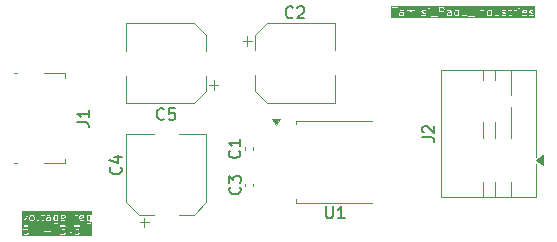
<source format=gbr>
%TF.GenerationSoftware,KiCad,Pcbnew,9.0.4*%
%TF.CreationDate,2025-09-26T16:48:27+03:00*%
%TF.ProjectId,voltage_reg,766f6c74-6167-4655-9f72-65672e6b6963,rev?*%
%TF.SameCoordinates,Original*%
%TF.FileFunction,Legend,Top*%
%TF.FilePolarity,Positive*%
%FSLAX46Y46*%
G04 Gerber Fmt 4.6, Leading zero omitted, Abs format (unit mm)*
G04 Created by KiCad (PCBNEW 9.0.4) date 2025-09-26 16:48:27*
%MOMM*%
%LPD*%
G01*
G04 APERTURE LIST*
%ADD10C,0.087500*%
%ADD11C,0.150000*%
%ADD12C,0.120000*%
G04 APERTURE END LIST*
D10*
G36*
X134037147Y-111046528D02*
G01*
X134037147Y-111392451D01*
X134003903Y-111409073D01*
X133891225Y-111409073D01*
X133840147Y-111383534D01*
X133816852Y-111360239D01*
X133791314Y-111309162D01*
X133791314Y-111129816D01*
X133816852Y-111078738D01*
X133840146Y-111055446D01*
X133891225Y-111029906D01*
X134003903Y-111029906D01*
X134037147Y-111046528D01*
G37*
G36*
X136837146Y-111046528D02*
G01*
X136837146Y-111392451D01*
X136803902Y-111409073D01*
X136691224Y-111409073D01*
X136640146Y-111383534D01*
X136616851Y-111360239D01*
X136591313Y-111309162D01*
X136591313Y-111129816D01*
X136616851Y-111078738D01*
X136640145Y-111055446D01*
X136691224Y-111029906D01*
X136803902Y-111029906D01*
X136837146Y-111046528D01*
G37*
G36*
X131988314Y-111055445D02*
G01*
X132011608Y-111078739D01*
X132037148Y-111129818D01*
X132037148Y-111309161D01*
X132011607Y-111360240D01*
X131988315Y-111383534D01*
X131937237Y-111409073D01*
X131857892Y-111409073D01*
X131806814Y-111383534D01*
X131783519Y-111360239D01*
X131757981Y-111309162D01*
X131757981Y-111129816D01*
X131783519Y-111078738D01*
X131806813Y-111055446D01*
X131857892Y-111029906D01*
X131937236Y-111029906D01*
X131988314Y-111055445D01*
G37*
G36*
X133403814Y-111392451D02*
G01*
X133370570Y-111409073D01*
X133224559Y-111409073D01*
X133180173Y-111386880D01*
X133157981Y-111342496D01*
X133157981Y-111296483D01*
X133180172Y-111252099D01*
X133224559Y-111229906D01*
X133380898Y-111229906D01*
X133383047Y-111229478D01*
X133384000Y-111229796D01*
X133390762Y-111227943D01*
X133397640Y-111226576D01*
X133398350Y-111225865D01*
X133400464Y-111225287D01*
X133403814Y-111223612D01*
X133403814Y-111392451D01*
G37*
G36*
X134648287Y-111052099D02*
G01*
X134670480Y-111096484D01*
X134670480Y-111116957D01*
X134424647Y-111166123D01*
X134424647Y-111096483D01*
X134446838Y-111052099D01*
X134491225Y-111029906D01*
X134603902Y-111029906D01*
X134648287Y-111052099D01*
G37*
G36*
X136214953Y-111052099D02*
G01*
X136237146Y-111096484D01*
X136237146Y-111116957D01*
X135991313Y-111166123D01*
X135991313Y-111096483D01*
X136013504Y-111052099D01*
X136057891Y-111029906D01*
X136170568Y-111029906D01*
X136214953Y-111052099D01*
G37*
G36*
X137002424Y-112701311D02*
G01*
X131026091Y-112701311D01*
X131026091Y-112208763D01*
X131137365Y-112208763D01*
X131139013Y-112225753D01*
X131140478Y-112227543D01*
X131140478Y-112229859D01*
X131150894Y-112240275D01*
X131160217Y-112251670D01*
X131162519Y-112251900D01*
X131164155Y-112253536D01*
X131178881Y-112253536D01*
X131193535Y-112255001D01*
X131195326Y-112253536D01*
X131197641Y-112253536D01*
X131211834Y-112244052D01*
X131240147Y-112215738D01*
X131291226Y-112190200D01*
X131437237Y-112190200D01*
X131488316Y-112215739D01*
X131511609Y-112239032D01*
X131537148Y-112290110D01*
X131537148Y-112436122D01*
X131511609Y-112487200D01*
X131488314Y-112510494D01*
X131437237Y-112536033D01*
X131291226Y-112536033D01*
X131240147Y-112510494D01*
X131211834Y-112482181D01*
X131197641Y-112472697D01*
X131164156Y-112472696D01*
X131140479Y-112496373D01*
X131140478Y-112529858D01*
X131149962Y-112544051D01*
X131183295Y-112577386D01*
X131189129Y-112581284D01*
X131194666Y-112585581D01*
X131261333Y-112618914D01*
X131263445Y-112619492D01*
X131264156Y-112620203D01*
X131271037Y-112621571D01*
X131277797Y-112623423D01*
X131278749Y-112623105D01*
X131280898Y-112623533D01*
X131447565Y-112623533D01*
X131449714Y-112623105D01*
X131450667Y-112623423D01*
X131457429Y-112621570D01*
X131464307Y-112620203D01*
X131465017Y-112619492D01*
X131467131Y-112618914D01*
X131533797Y-112585581D01*
X131539333Y-112581284D01*
X131545167Y-112577386D01*
X131578501Y-112544052D01*
X131582396Y-112538221D01*
X131586696Y-112532682D01*
X131620029Y-112466015D01*
X131620607Y-112463902D01*
X131621318Y-112463192D01*
X131622686Y-112456313D01*
X131624538Y-112449552D01*
X131624220Y-112448599D01*
X131624648Y-112446450D01*
X131624648Y-112279783D01*
X131624220Y-112277634D01*
X131624538Y-112276682D01*
X131622686Y-112269922D01*
X131621318Y-112263041D01*
X131620607Y-112262330D01*
X131620029Y-112260218D01*
X131586696Y-112193551D01*
X131582399Y-112188014D01*
X131578501Y-112182180D01*
X131545166Y-112148847D01*
X131539339Y-112144953D01*
X131533797Y-112140652D01*
X131474381Y-112110944D01*
X131770536Y-112110944D01*
X131773031Y-112127831D01*
X131939697Y-112594498D01*
X131948464Y-112609145D01*
X131950549Y-112610132D01*
X131951537Y-112612217D01*
X131965410Y-112617171D01*
X131978726Y-112623479D01*
X131980898Y-112622703D01*
X131983070Y-112623479D01*
X131996377Y-112617175D01*
X132010259Y-112612218D01*
X132011247Y-112610131D01*
X132013332Y-112609144D01*
X132022099Y-112594498D01*
X132128572Y-112296374D01*
X132907144Y-112296374D01*
X132907144Y-112329858D01*
X132930822Y-112353536D01*
X132947564Y-112356866D01*
X133480898Y-112356866D01*
X133497640Y-112353536D01*
X133521318Y-112329858D01*
X133521318Y-112296374D01*
X133497640Y-112272696D01*
X133480898Y-112269366D01*
X132947564Y-112269366D01*
X132930822Y-112272696D01*
X132907144Y-112296374D01*
X132128572Y-112296374D01*
X132188766Y-112127831D01*
X132191261Y-112110944D01*
X132176926Y-112080682D01*
X132145393Y-112069420D01*
X132115131Y-112083755D01*
X132106364Y-112098401D01*
X131980897Y-112449705D01*
X131855433Y-112098401D01*
X131846666Y-112083755D01*
X131816404Y-112069420D01*
X131784871Y-112080682D01*
X131770536Y-112110944D01*
X131474381Y-112110944D01*
X131467131Y-112107319D01*
X131465017Y-112106740D01*
X131464307Y-112106030D01*
X131457429Y-112104662D01*
X131450667Y-112102810D01*
X131449714Y-112103127D01*
X131447565Y-112102700D01*
X131280898Y-112102700D01*
X131278749Y-112103127D01*
X131277797Y-112102810D01*
X131271037Y-112104661D01*
X131264156Y-112106030D01*
X131263445Y-112106740D01*
X131261333Y-112107319D01*
X131234083Y-112120943D01*
X131253824Y-111923533D01*
X131547565Y-111923533D01*
X131564307Y-111920203D01*
X131587985Y-111896525D01*
X131587985Y-111863041D01*
X134240478Y-111863041D01*
X134240478Y-111896525D01*
X134264156Y-111920203D01*
X134280898Y-111923533D01*
X134617817Y-111923533D01*
X134447973Y-112117640D01*
X134441763Y-112128422D01*
X134440478Y-112129708D01*
X134440478Y-112130654D01*
X134439454Y-112132433D01*
X134440478Y-112147789D01*
X134440478Y-112163192D01*
X134441578Y-112164292D01*
X134441682Y-112165845D01*
X134453273Y-112175987D01*
X134464156Y-112186870D01*
X134466168Y-112187270D01*
X134466881Y-112187894D01*
X134468695Y-112187772D01*
X134480898Y-112190200D01*
X134570570Y-112190200D01*
X134621649Y-112215739D01*
X134644942Y-112239032D01*
X134670481Y-112290110D01*
X134670481Y-112436122D01*
X134644942Y-112487200D01*
X134621647Y-112510494D01*
X134570570Y-112536033D01*
X134391226Y-112536033D01*
X134340147Y-112510494D01*
X134311834Y-112482181D01*
X134297641Y-112472697D01*
X134264156Y-112472696D01*
X134240479Y-112496373D01*
X134240478Y-112529858D01*
X134249962Y-112544051D01*
X134283295Y-112577386D01*
X134289129Y-112581284D01*
X134294666Y-112585581D01*
X134361333Y-112618914D01*
X134363445Y-112619492D01*
X134364156Y-112620203D01*
X134371037Y-112621571D01*
X134377797Y-112623423D01*
X134378749Y-112623105D01*
X134380898Y-112623533D01*
X134580898Y-112623533D01*
X134583047Y-112623105D01*
X134584000Y-112623423D01*
X134590762Y-112621570D01*
X134597640Y-112620203D01*
X134598350Y-112619492D01*
X134600464Y-112618914D01*
X134667130Y-112585581D01*
X134672666Y-112581284D01*
X134678500Y-112577386D01*
X134711834Y-112544052D01*
X134715729Y-112538221D01*
X134720029Y-112532682D01*
X134753362Y-112466015D01*
X134753940Y-112463902D01*
X134754651Y-112463192D01*
X134756019Y-112456313D01*
X134757871Y-112449552D01*
X134757553Y-112448599D01*
X134757981Y-112446450D01*
X134757981Y-112279783D01*
X134757553Y-112277634D01*
X134757871Y-112276682D01*
X134756019Y-112269922D01*
X134754651Y-112263041D01*
X134753940Y-112262330D01*
X134753362Y-112260218D01*
X134720029Y-112193551D01*
X134715732Y-112188014D01*
X134711834Y-112182180D01*
X134678499Y-112148847D01*
X134672672Y-112144953D01*
X134667130Y-112140652D01*
X134607714Y-112110944D01*
X134903869Y-112110944D01*
X134906364Y-112127831D01*
X135073030Y-112594498D01*
X135081797Y-112609145D01*
X135083882Y-112610132D01*
X135084870Y-112612217D01*
X135098743Y-112617171D01*
X135112059Y-112623479D01*
X135114231Y-112622703D01*
X135116403Y-112623479D01*
X135129710Y-112617175D01*
X135143592Y-112612218D01*
X135144580Y-112610131D01*
X135146665Y-112609144D01*
X135155432Y-112594498D01*
X135322099Y-112127831D01*
X135324594Y-112110944D01*
X135310259Y-112080682D01*
X135278726Y-112069420D01*
X135248464Y-112083755D01*
X135239697Y-112098401D01*
X135114230Y-112449705D01*
X134988766Y-112098401D01*
X134979999Y-112083755D01*
X134949737Y-112069420D01*
X134918204Y-112080682D01*
X134903869Y-112110944D01*
X134607714Y-112110944D01*
X134600464Y-112107319D01*
X134598350Y-112106740D01*
X134597640Y-112106030D01*
X134590762Y-112104662D01*
X134584000Y-112102810D01*
X134583047Y-112103127D01*
X134580898Y-112102700D01*
X134577313Y-112102700D01*
X134747156Y-111908593D01*
X134753365Y-111897810D01*
X134754651Y-111896525D01*
X134754651Y-111895578D01*
X134755675Y-111893800D01*
X134754651Y-111878444D01*
X134754651Y-111863041D01*
X135440478Y-111863041D01*
X135440478Y-111896525D01*
X135464156Y-111920203D01*
X135480898Y-111923533D01*
X135817817Y-111923533D01*
X135647973Y-112117640D01*
X135641763Y-112128422D01*
X135640478Y-112129708D01*
X135640478Y-112130654D01*
X135639454Y-112132433D01*
X135640478Y-112147789D01*
X135640478Y-112163192D01*
X135641578Y-112164292D01*
X135641682Y-112165845D01*
X135653273Y-112175987D01*
X135664156Y-112186870D01*
X135666168Y-112187270D01*
X135666881Y-112187894D01*
X135668695Y-112187772D01*
X135680898Y-112190200D01*
X135770570Y-112190200D01*
X135821649Y-112215739D01*
X135844942Y-112239032D01*
X135870481Y-112290110D01*
X135870481Y-112436122D01*
X135844942Y-112487200D01*
X135821647Y-112510494D01*
X135770570Y-112536033D01*
X135591226Y-112536033D01*
X135540147Y-112510494D01*
X135511834Y-112482181D01*
X135497641Y-112472697D01*
X135464156Y-112472696D01*
X135440479Y-112496373D01*
X135440478Y-112529858D01*
X135449962Y-112544051D01*
X135483295Y-112577386D01*
X135489129Y-112581284D01*
X135494666Y-112585581D01*
X135561333Y-112618914D01*
X135563445Y-112619492D01*
X135564156Y-112620203D01*
X135571037Y-112621571D01*
X135577797Y-112623423D01*
X135578749Y-112623105D01*
X135580898Y-112623533D01*
X135780898Y-112623533D01*
X135783047Y-112623105D01*
X135784000Y-112623423D01*
X135790762Y-112621570D01*
X135797640Y-112620203D01*
X135798350Y-112619492D01*
X135800464Y-112618914D01*
X135867130Y-112585581D01*
X135872666Y-112581284D01*
X135878500Y-112577386D01*
X135911834Y-112544052D01*
X135915729Y-112538221D01*
X135920029Y-112532682D01*
X135953362Y-112466015D01*
X135953940Y-112463902D01*
X135954651Y-112463192D01*
X135956019Y-112456313D01*
X135957871Y-112449552D01*
X135957553Y-112448599D01*
X135957981Y-112446450D01*
X135957981Y-112279783D01*
X135957553Y-112277634D01*
X135957871Y-112276682D01*
X135956019Y-112269922D01*
X135954651Y-112263041D01*
X135953940Y-112262330D01*
X135953362Y-112260218D01*
X135920029Y-112193551D01*
X135915732Y-112188014D01*
X135911834Y-112182180D01*
X135878499Y-112148847D01*
X135872672Y-112144953D01*
X135867130Y-112140652D01*
X135800464Y-112107319D01*
X135798350Y-112106740D01*
X135797640Y-112106030D01*
X135790762Y-112104662D01*
X135784000Y-112102810D01*
X135783047Y-112103127D01*
X135780898Y-112102700D01*
X135777313Y-112102700D01*
X135947156Y-111908593D01*
X135953365Y-111897810D01*
X135954651Y-111896525D01*
X135954651Y-111895578D01*
X135955675Y-111893800D01*
X135954651Y-111878444D01*
X135954651Y-111863041D01*
X135953550Y-111861940D01*
X135953447Y-111860389D01*
X135941859Y-111850249D01*
X135930973Y-111839363D01*
X135928960Y-111838962D01*
X135928248Y-111838339D01*
X135926433Y-111838460D01*
X135914231Y-111836033D01*
X135480898Y-111836033D01*
X135464156Y-111839363D01*
X135440478Y-111863041D01*
X134754651Y-111863041D01*
X134753550Y-111861940D01*
X134753447Y-111860389D01*
X134741859Y-111850249D01*
X134730973Y-111839363D01*
X134728960Y-111838962D01*
X134728248Y-111838339D01*
X134726433Y-111838460D01*
X134714231Y-111836033D01*
X134280898Y-111836033D01*
X134264156Y-111839363D01*
X134240478Y-111863041D01*
X131587985Y-111863041D01*
X131564307Y-111839363D01*
X131547565Y-111836033D01*
X131214231Y-111836033D01*
X131203763Y-111838114D01*
X131201594Y-111837898D01*
X131200546Y-111838754D01*
X131197489Y-111839363D01*
X131187073Y-111849778D01*
X131175677Y-111859103D01*
X131174767Y-111862084D01*
X131173811Y-111863041D01*
X131173811Y-111865221D01*
X131170698Y-111875430D01*
X131137365Y-112208763D01*
X131026091Y-112208763D01*
X131026091Y-110983984D01*
X131103869Y-110983984D01*
X131106364Y-111000871D01*
X131273030Y-111467538D01*
X131281797Y-111482185D01*
X131283882Y-111483172D01*
X131284870Y-111485257D01*
X131298743Y-111490211D01*
X131312059Y-111496519D01*
X131314231Y-111495743D01*
X131316403Y-111496519D01*
X131329710Y-111490215D01*
X131343592Y-111485258D01*
X131344580Y-111483171D01*
X131346665Y-111482184D01*
X131355432Y-111467538D01*
X131479735Y-111119490D01*
X131670481Y-111119490D01*
X131670481Y-111319490D01*
X131670908Y-111321639D01*
X131670591Y-111322592D01*
X131672443Y-111329354D01*
X131673811Y-111336232D01*
X131674521Y-111336942D01*
X131675100Y-111339056D01*
X131708433Y-111405722D01*
X131712729Y-111411258D01*
X131716628Y-111417092D01*
X131749962Y-111450426D01*
X131755792Y-111454321D01*
X131761332Y-111458621D01*
X131827999Y-111491954D01*
X131830111Y-111492532D01*
X131830822Y-111493243D01*
X131837700Y-111494611D01*
X131844462Y-111496463D01*
X131845414Y-111496145D01*
X131847564Y-111496573D01*
X131947564Y-111496573D01*
X131949713Y-111496145D01*
X131950666Y-111496463D01*
X131957427Y-111494611D01*
X131964306Y-111493243D01*
X131965016Y-111492532D01*
X131967129Y-111491954D01*
X132033797Y-111458621D01*
X132039346Y-111454314D01*
X132045167Y-111450425D01*
X132078501Y-111417091D01*
X132082397Y-111411258D01*
X132086695Y-111405722D01*
X132120029Y-111339056D01*
X132120607Y-111336942D01*
X132121318Y-111336232D01*
X132122685Y-111329356D01*
X132124538Y-111322593D01*
X132124220Y-111321640D01*
X132124648Y-111319490D01*
X132124648Y-111119490D01*
X132124220Y-111117340D01*
X132124538Y-111116388D01*
X132122685Y-111109625D01*
X132121318Y-111102748D01*
X132120607Y-111102037D01*
X132120029Y-111099924D01*
X132086695Y-111033257D01*
X132082398Y-111027720D01*
X132078500Y-111021887D01*
X132045167Y-110988554D01*
X132039333Y-110984655D01*
X132033797Y-110980359D01*
X131967130Y-110947025D01*
X131965016Y-110946446D01*
X131964306Y-110945736D01*
X131957428Y-110944368D01*
X131950666Y-110942516D01*
X131949713Y-110942833D01*
X131947564Y-110942406D01*
X131847564Y-110942406D01*
X131845413Y-110942833D01*
X131844461Y-110942516D01*
X131837697Y-110944368D01*
X131830822Y-110945736D01*
X131830111Y-110946446D01*
X131827998Y-110947025D01*
X131761332Y-110980359D01*
X131755795Y-110984656D01*
X131749963Y-110988553D01*
X131716629Y-111021887D01*
X131712739Y-111027707D01*
X131708433Y-111033257D01*
X131675100Y-111099925D01*
X131674521Y-111102037D01*
X131673811Y-111102748D01*
X131672442Y-111109626D01*
X131670591Y-111116388D01*
X131670908Y-111117340D01*
X131670481Y-111119490D01*
X131479735Y-111119490D01*
X131522099Y-111000871D01*
X131524594Y-110983984D01*
X131510259Y-110953722D01*
X131478726Y-110942460D01*
X131448464Y-110956795D01*
X131439697Y-110971441D01*
X131314230Y-111322745D01*
X131188766Y-110971441D01*
X131179999Y-110956795D01*
X131149737Y-110942460D01*
X131118204Y-110953722D01*
X131103869Y-110983984D01*
X131026091Y-110983984D01*
X131026091Y-110752823D01*
X132337147Y-110752823D01*
X132337147Y-111352823D01*
X132337574Y-111354972D01*
X132337257Y-111355925D01*
X132339109Y-111362687D01*
X132340477Y-111369565D01*
X132341187Y-111370275D01*
X132341766Y-111372389D01*
X132375100Y-111439056D01*
X132380440Y-111445937D01*
X132381180Y-111448155D01*
X132383649Y-111450071D01*
X132385566Y-111452541D01*
X132387783Y-111453280D01*
X132394665Y-111458621D01*
X132461332Y-111491954D01*
X132477795Y-111496463D01*
X132509563Y-111485874D01*
X132524537Y-111455925D01*
X132513948Y-111424158D01*
X132500463Y-111413692D01*
X132446840Y-111386880D01*
X132424647Y-111342494D01*
X132424647Y-110969414D01*
X132607144Y-110969414D01*
X132607144Y-111002898D01*
X132630822Y-111026576D01*
X132647564Y-111029906D01*
X132703814Y-111029906D01*
X132703814Y-111352823D01*
X132704241Y-111354972D01*
X132703924Y-111355925D01*
X132705776Y-111362687D01*
X132707144Y-111369565D01*
X132707854Y-111370275D01*
X132708433Y-111372389D01*
X132741767Y-111439056D01*
X132747107Y-111445937D01*
X132747847Y-111448155D01*
X132750316Y-111450071D01*
X132752233Y-111452541D01*
X132754450Y-111453280D01*
X132761332Y-111458621D01*
X132827999Y-111491954D01*
X132830111Y-111492532D01*
X132830822Y-111493243D01*
X132837700Y-111494611D01*
X132844462Y-111496463D01*
X132845414Y-111496145D01*
X132847564Y-111496573D01*
X132914231Y-111496573D01*
X132930973Y-111493243D01*
X132954651Y-111469565D01*
X132954651Y-111436081D01*
X132930973Y-111412403D01*
X132914231Y-111409073D01*
X132857892Y-111409073D01*
X132813507Y-111386880D01*
X132791314Y-111342494D01*
X132791314Y-111286156D01*
X133070481Y-111286156D01*
X133070481Y-111352823D01*
X133070908Y-111354972D01*
X133070591Y-111355925D01*
X133072442Y-111362686D01*
X133073811Y-111369565D01*
X133074521Y-111370275D01*
X133075100Y-111372388D01*
X133108433Y-111439056D01*
X133113773Y-111445937D01*
X133114513Y-111448156D01*
X133116981Y-111450071D01*
X133118898Y-111452541D01*
X133121117Y-111453280D01*
X133127999Y-111458621D01*
X133194666Y-111491954D01*
X133196778Y-111492532D01*
X133197489Y-111493243D01*
X133204370Y-111494611D01*
X133211130Y-111496463D01*
X133212082Y-111496145D01*
X133214231Y-111496573D01*
X133380898Y-111496573D01*
X133383047Y-111496145D01*
X133384000Y-111496463D01*
X133390762Y-111494610D01*
X133397640Y-111493243D01*
X133398350Y-111492532D01*
X133400464Y-111491954D01*
X133419843Y-111482264D01*
X133430822Y-111493243D01*
X133464306Y-111493243D01*
X133487984Y-111469565D01*
X133491314Y-111452823D01*
X133491314Y-111119490D01*
X133703814Y-111119490D01*
X133703814Y-111319490D01*
X133704241Y-111321639D01*
X133703924Y-111322592D01*
X133705776Y-111329354D01*
X133707144Y-111336232D01*
X133707854Y-111336942D01*
X133708433Y-111339056D01*
X133741766Y-111405722D01*
X133746062Y-111411258D01*
X133749961Y-111417092D01*
X133783295Y-111450426D01*
X133789125Y-111454321D01*
X133794665Y-111458621D01*
X133861332Y-111491954D01*
X133863444Y-111492532D01*
X133864155Y-111493243D01*
X133871033Y-111494611D01*
X133877795Y-111496463D01*
X133878747Y-111496145D01*
X133880897Y-111496573D01*
X134014231Y-111496573D01*
X134016380Y-111496145D01*
X134017333Y-111496463D01*
X134024095Y-111494610D01*
X134030973Y-111493243D01*
X134031683Y-111492532D01*
X134033797Y-111491954D01*
X134037147Y-111490279D01*
X134037147Y-111542495D01*
X134011608Y-111593573D01*
X133988314Y-111616867D01*
X133937237Y-111642406D01*
X133857892Y-111642406D01*
X133800462Y-111613692D01*
X133783999Y-111609183D01*
X133752231Y-111619772D01*
X133737257Y-111649721D01*
X133747846Y-111681489D01*
X133761332Y-111691954D01*
X133827999Y-111725287D01*
X133830111Y-111725865D01*
X133830822Y-111726576D01*
X133837703Y-111727944D01*
X133844463Y-111729796D01*
X133845415Y-111729478D01*
X133847564Y-111729906D01*
X133947564Y-111729906D01*
X133949713Y-111729478D01*
X133950666Y-111729796D01*
X133957427Y-111727944D01*
X133964306Y-111726576D01*
X133965016Y-111725865D01*
X133967129Y-111725287D01*
X134033797Y-111691954D01*
X134039336Y-111687654D01*
X134045167Y-111683759D01*
X134078500Y-111650426D01*
X134082398Y-111644591D01*
X134086695Y-111639055D01*
X134120028Y-111572388D01*
X134120606Y-111570275D01*
X134121317Y-111569565D01*
X134122685Y-111562683D01*
X134124537Y-111555924D01*
X134124219Y-111554971D01*
X134124647Y-111552823D01*
X134124647Y-111086156D01*
X134337147Y-111086156D01*
X134337147Y-111352823D01*
X134337574Y-111354972D01*
X134337257Y-111355925D01*
X134339108Y-111362686D01*
X134340477Y-111369565D01*
X134341187Y-111370275D01*
X134341766Y-111372388D01*
X134375099Y-111439056D01*
X134380439Y-111445937D01*
X134381179Y-111448156D01*
X134383647Y-111450071D01*
X134385564Y-111452541D01*
X134387783Y-111453280D01*
X134394665Y-111458621D01*
X134461332Y-111491954D01*
X134463444Y-111492532D01*
X134464155Y-111493243D01*
X134471036Y-111494611D01*
X134477796Y-111496463D01*
X134478748Y-111496145D01*
X134480897Y-111496573D01*
X134614230Y-111496573D01*
X134616379Y-111496145D01*
X134617332Y-111496463D01*
X134624093Y-111494611D01*
X134630972Y-111493243D01*
X134631682Y-111492532D01*
X134633795Y-111491954D01*
X134700463Y-111458621D01*
X134713948Y-111448156D01*
X134724537Y-111416388D01*
X134709563Y-111386439D01*
X134677796Y-111375850D01*
X134661332Y-111380359D01*
X134603903Y-111409073D01*
X134491225Y-111409073D01*
X134446839Y-111386880D01*
X134424647Y-111342496D01*
X134424647Y-111255355D01*
X134722810Y-111195723D01*
X134728780Y-111193243D01*
X134730972Y-111193243D01*
X134732529Y-111191685D01*
X134738574Y-111189175D01*
X134745641Y-111178573D01*
X134754650Y-111169565D01*
X134755927Y-111163144D01*
X134757148Y-111161313D01*
X134756718Y-111159165D01*
X134757980Y-111152823D01*
X134757980Y-111086156D01*
X134757552Y-111084006D01*
X134757870Y-111083054D01*
X134756018Y-111076292D01*
X134754650Y-111069414D01*
X134753939Y-111068703D01*
X134753361Y-111066591D01*
X134720028Y-110999924D01*
X134714687Y-110993042D01*
X134713948Y-110990825D01*
X134711478Y-110988908D01*
X134709562Y-110986439D01*
X134708714Y-110986156D01*
X135503813Y-110986156D01*
X135503813Y-111452823D01*
X135507143Y-111469565D01*
X135530821Y-111493243D01*
X135564305Y-111493243D01*
X135587983Y-111469565D01*
X135591313Y-111452823D01*
X135591313Y-111129818D01*
X135613144Y-111086156D01*
X135903813Y-111086156D01*
X135903813Y-111352823D01*
X135904240Y-111354972D01*
X135903923Y-111355925D01*
X135905774Y-111362686D01*
X135907143Y-111369565D01*
X135907853Y-111370275D01*
X135908432Y-111372388D01*
X135941765Y-111439056D01*
X135947105Y-111445937D01*
X135947845Y-111448156D01*
X135950313Y-111450071D01*
X135952230Y-111452541D01*
X135954449Y-111453280D01*
X135961331Y-111458621D01*
X136027998Y-111491954D01*
X136030110Y-111492532D01*
X136030821Y-111493243D01*
X136037702Y-111494611D01*
X136044462Y-111496463D01*
X136045414Y-111496145D01*
X136047563Y-111496573D01*
X136180896Y-111496573D01*
X136183045Y-111496145D01*
X136183998Y-111496463D01*
X136190759Y-111494611D01*
X136197638Y-111493243D01*
X136198348Y-111492532D01*
X136200461Y-111491954D01*
X136267129Y-111458621D01*
X136280614Y-111448156D01*
X136291203Y-111416388D01*
X136276229Y-111386439D01*
X136244462Y-111375850D01*
X136227998Y-111380359D01*
X136170569Y-111409073D01*
X136057891Y-111409073D01*
X136013505Y-111386880D01*
X135991313Y-111342496D01*
X135991313Y-111255355D01*
X136289476Y-111195723D01*
X136295446Y-111193243D01*
X136297638Y-111193243D01*
X136299195Y-111191685D01*
X136305240Y-111189175D01*
X136312307Y-111178573D01*
X136321316Y-111169565D01*
X136322593Y-111163144D01*
X136323814Y-111161313D01*
X136323384Y-111159165D01*
X136324646Y-111152823D01*
X136324646Y-111119490D01*
X136503813Y-111119490D01*
X136503813Y-111319490D01*
X136504240Y-111321639D01*
X136503923Y-111322592D01*
X136505775Y-111329354D01*
X136507143Y-111336232D01*
X136507853Y-111336942D01*
X136508432Y-111339056D01*
X136541765Y-111405722D01*
X136546061Y-111411258D01*
X136549960Y-111417092D01*
X136583294Y-111450426D01*
X136589124Y-111454321D01*
X136594664Y-111458621D01*
X136661331Y-111491954D01*
X136663443Y-111492532D01*
X136664154Y-111493243D01*
X136671032Y-111494611D01*
X136677794Y-111496463D01*
X136678746Y-111496145D01*
X136680896Y-111496573D01*
X136814230Y-111496573D01*
X136816379Y-111496145D01*
X136817332Y-111496463D01*
X136824094Y-111494610D01*
X136830972Y-111493243D01*
X136831682Y-111492532D01*
X136833796Y-111491954D01*
X136837146Y-111490279D01*
X136837146Y-111542495D01*
X136811607Y-111593573D01*
X136788313Y-111616867D01*
X136737236Y-111642406D01*
X136657891Y-111642406D01*
X136600461Y-111613692D01*
X136583998Y-111609183D01*
X136552230Y-111619772D01*
X136537256Y-111649721D01*
X136547845Y-111681489D01*
X136561331Y-111691954D01*
X136627998Y-111725287D01*
X136630110Y-111725865D01*
X136630821Y-111726576D01*
X136637702Y-111727944D01*
X136644462Y-111729796D01*
X136645414Y-111729478D01*
X136647563Y-111729906D01*
X136747563Y-111729906D01*
X136749712Y-111729478D01*
X136750665Y-111729796D01*
X136757426Y-111727944D01*
X136764305Y-111726576D01*
X136765015Y-111725865D01*
X136767128Y-111725287D01*
X136833796Y-111691954D01*
X136839335Y-111687654D01*
X136845166Y-111683759D01*
X136878499Y-111650426D01*
X136882397Y-111644591D01*
X136886694Y-111639055D01*
X136920027Y-111572388D01*
X136920605Y-111570275D01*
X136921316Y-111569565D01*
X136922684Y-111562683D01*
X136924536Y-111555924D01*
X136924218Y-111554971D01*
X136924646Y-111552823D01*
X136924646Y-110986156D01*
X136921316Y-110969414D01*
X136897638Y-110945736D01*
X136864154Y-110945736D01*
X136853175Y-110956714D01*
X136833796Y-110947025D01*
X136831682Y-110946446D01*
X136830972Y-110945736D01*
X136824094Y-110944368D01*
X136817332Y-110942516D01*
X136816379Y-110942833D01*
X136814230Y-110942406D01*
X136680896Y-110942406D01*
X136678745Y-110942833D01*
X136677793Y-110942516D01*
X136671029Y-110944368D01*
X136664154Y-110945736D01*
X136663443Y-110946446D01*
X136661330Y-110947025D01*
X136594664Y-110980359D01*
X136589127Y-110984656D01*
X136583295Y-110988553D01*
X136549961Y-111021887D01*
X136546071Y-111027707D01*
X136541765Y-111033257D01*
X136508432Y-111099925D01*
X136507853Y-111102037D01*
X136507143Y-111102748D01*
X136505774Y-111109626D01*
X136503923Y-111116388D01*
X136504240Y-111117340D01*
X136503813Y-111119490D01*
X136324646Y-111119490D01*
X136324646Y-111086156D01*
X136324218Y-111084006D01*
X136324536Y-111083054D01*
X136322684Y-111076292D01*
X136321316Y-111069414D01*
X136320605Y-111068703D01*
X136320027Y-111066591D01*
X136286694Y-110999924D01*
X136281353Y-110993042D01*
X136280614Y-110990825D01*
X136278144Y-110988908D01*
X136276228Y-110986439D01*
X136274010Y-110985699D01*
X136267129Y-110980359D01*
X136200462Y-110947025D01*
X136198348Y-110946446D01*
X136197638Y-110945736D01*
X136190760Y-110944368D01*
X136183998Y-110942516D01*
X136183045Y-110942833D01*
X136180896Y-110942406D01*
X136047563Y-110942406D01*
X136045413Y-110942833D01*
X136044461Y-110942516D01*
X136037698Y-110944368D01*
X136030821Y-110945736D01*
X136030110Y-110946446D01*
X136027997Y-110947025D01*
X135961330Y-110980359D01*
X135954448Y-110985699D01*
X135952231Y-110986439D01*
X135950314Y-110988908D01*
X135947845Y-110990825D01*
X135947105Y-110993042D01*
X135941765Y-110999924D01*
X135908432Y-111066590D01*
X135907853Y-111068703D01*
X135907143Y-111069414D01*
X135905775Y-111076291D01*
X135903923Y-111083054D01*
X135904240Y-111084006D01*
X135903813Y-111086156D01*
X135613144Y-111086156D01*
X135616852Y-111078739D01*
X135640146Y-111055445D01*
X135691225Y-111029906D01*
X135747563Y-111029906D01*
X135764305Y-111026576D01*
X135787983Y-111002898D01*
X135787983Y-110969414D01*
X135764305Y-110945736D01*
X135747563Y-110942406D01*
X135680897Y-110942406D01*
X135678747Y-110942833D01*
X135677795Y-110942516D01*
X135671032Y-110944368D01*
X135664155Y-110945736D01*
X135663444Y-110946446D01*
X135661331Y-110947025D01*
X135594664Y-110980359D01*
X135590762Y-110983387D01*
X135587983Y-110969414D01*
X135564305Y-110945736D01*
X135530821Y-110945736D01*
X135507143Y-110969414D01*
X135503813Y-110986156D01*
X134708714Y-110986156D01*
X134707344Y-110985699D01*
X134700463Y-110980359D01*
X134633796Y-110947025D01*
X134631682Y-110946446D01*
X134630972Y-110945736D01*
X134624094Y-110944368D01*
X134617332Y-110942516D01*
X134616379Y-110942833D01*
X134614230Y-110942406D01*
X134480897Y-110942406D01*
X134478747Y-110942833D01*
X134477795Y-110942516D01*
X134471032Y-110944368D01*
X134464155Y-110945736D01*
X134463444Y-110946446D01*
X134461331Y-110947025D01*
X134394664Y-110980359D01*
X134387782Y-110985699D01*
X134385565Y-110986439D01*
X134383648Y-110988908D01*
X134381179Y-110990825D01*
X134380439Y-110993042D01*
X134375099Y-110999924D01*
X134341766Y-111066590D01*
X134341187Y-111068703D01*
X134340477Y-111069414D01*
X134339109Y-111076291D01*
X134337257Y-111083054D01*
X134337574Y-111084006D01*
X134337147Y-111086156D01*
X134124647Y-111086156D01*
X134124647Y-110986156D01*
X134121317Y-110969414D01*
X134097639Y-110945736D01*
X134064155Y-110945736D01*
X134053176Y-110956714D01*
X134033797Y-110947025D01*
X134031683Y-110946446D01*
X134030973Y-110945736D01*
X134024095Y-110944368D01*
X134017333Y-110942516D01*
X134016380Y-110942833D01*
X134014231Y-110942406D01*
X133880897Y-110942406D01*
X133878746Y-110942833D01*
X133877794Y-110942516D01*
X133871030Y-110944368D01*
X133864155Y-110945736D01*
X133863444Y-110946446D01*
X133861331Y-110947025D01*
X133794665Y-110980359D01*
X133789128Y-110984656D01*
X133783296Y-110988553D01*
X133749962Y-111021887D01*
X133746072Y-111027707D01*
X133741766Y-111033257D01*
X133708433Y-111099925D01*
X133707854Y-111102037D01*
X133707144Y-111102748D01*
X133705775Y-111109626D01*
X133703924Y-111116388D01*
X133704241Y-111117340D01*
X133703814Y-111119490D01*
X133491314Y-111119490D01*
X133491314Y-111086156D01*
X133490886Y-111084006D01*
X133491204Y-111083054D01*
X133489352Y-111076292D01*
X133487984Y-111069414D01*
X133487273Y-111068703D01*
X133486695Y-111066591D01*
X133453362Y-110999924D01*
X133448021Y-110993042D01*
X133447282Y-110990825D01*
X133444812Y-110988908D01*
X133442896Y-110986439D01*
X133440678Y-110985699D01*
X133433797Y-110980359D01*
X133367130Y-110947025D01*
X133365016Y-110946446D01*
X133364306Y-110945736D01*
X133357428Y-110944368D01*
X133350666Y-110942516D01*
X133349713Y-110942833D01*
X133347564Y-110942406D01*
X133214231Y-110942406D01*
X133212081Y-110942833D01*
X133211129Y-110942516D01*
X133204366Y-110944368D01*
X133197489Y-110945736D01*
X133196778Y-110946446D01*
X133194665Y-110947025D01*
X133127998Y-110980359D01*
X133114513Y-110990825D01*
X133103924Y-111022592D01*
X133118899Y-111052541D01*
X133150666Y-111063130D01*
X133167130Y-111058621D01*
X133224559Y-111029906D01*
X133337236Y-111029906D01*
X133381621Y-111052099D01*
X133403814Y-111096484D01*
X133403814Y-111125784D01*
X133370570Y-111142406D01*
X133214231Y-111142406D01*
X133212081Y-111142833D01*
X133211129Y-111142516D01*
X133204366Y-111144368D01*
X133197489Y-111145736D01*
X133196778Y-111146446D01*
X133194665Y-111147025D01*
X133127998Y-111180359D01*
X133121116Y-111185699D01*
X133118899Y-111186439D01*
X133116982Y-111188908D01*
X133114513Y-111190825D01*
X133113773Y-111193042D01*
X133108433Y-111199924D01*
X133075100Y-111266590D01*
X133074521Y-111268703D01*
X133073811Y-111269414D01*
X133072443Y-111276291D01*
X133070591Y-111283054D01*
X133070908Y-111284006D01*
X133070481Y-111286156D01*
X132791314Y-111286156D01*
X132791314Y-111029906D01*
X132914231Y-111029906D01*
X132930973Y-111026576D01*
X132954651Y-111002898D01*
X132954651Y-110969414D01*
X132930973Y-110945736D01*
X132914231Y-110942406D01*
X132791314Y-110942406D01*
X132791314Y-110752823D01*
X132787984Y-110736081D01*
X132764306Y-110712403D01*
X132730822Y-110712403D01*
X132707144Y-110736081D01*
X132703814Y-110752823D01*
X132703814Y-110942406D01*
X132647564Y-110942406D01*
X132630822Y-110945736D01*
X132607144Y-110969414D01*
X132424647Y-110969414D01*
X132424647Y-110752823D01*
X132421317Y-110736081D01*
X132397639Y-110712403D01*
X132364155Y-110712403D01*
X132340477Y-110736081D01*
X132337147Y-110752823D01*
X131026091Y-110752823D01*
X131026091Y-110634625D01*
X137002424Y-110634625D01*
X137002424Y-112701311D01*
G37*
G36*
X163293814Y-94019411D02*
G01*
X163260570Y-94036033D01*
X163114559Y-94036033D01*
X163070173Y-94013840D01*
X163047981Y-93969456D01*
X163047981Y-93923443D01*
X163070172Y-93879059D01*
X163114559Y-93856866D01*
X163270898Y-93856866D01*
X163273047Y-93856438D01*
X163274000Y-93856756D01*
X163280762Y-93854903D01*
X163287640Y-93853536D01*
X163288350Y-93852825D01*
X163290464Y-93852247D01*
X163293814Y-93850572D01*
X163293814Y-94019411D01*
G37*
G36*
X167327146Y-94019411D02*
G01*
X167293902Y-94036033D01*
X167147891Y-94036033D01*
X167103505Y-94013840D01*
X167081313Y-93969456D01*
X167081313Y-93923443D01*
X167103504Y-93879059D01*
X167147891Y-93856866D01*
X167304230Y-93856866D01*
X167306379Y-93856438D01*
X167307332Y-93856756D01*
X167314094Y-93854903D01*
X167320972Y-93853536D01*
X167321682Y-93852825D01*
X167323796Y-93852247D01*
X167327146Y-93850572D01*
X167327146Y-94019411D01*
G37*
G36*
X167960479Y-93673488D02*
G01*
X167960479Y-94019411D01*
X167927235Y-94036033D01*
X167814557Y-94036033D01*
X167763479Y-94010494D01*
X167740184Y-93987199D01*
X167714646Y-93936122D01*
X167714646Y-93756776D01*
X167740184Y-93705698D01*
X167763478Y-93682406D01*
X167814557Y-93656866D01*
X167927235Y-93656866D01*
X167960479Y-93673488D01*
G37*
G36*
X170727144Y-93673488D02*
G01*
X170727144Y-94019411D01*
X170693900Y-94036033D01*
X170581222Y-94036033D01*
X170530144Y-94010494D01*
X170506849Y-93987199D01*
X170481311Y-93936122D01*
X170481311Y-93756776D01*
X170506849Y-93705698D01*
X170530143Y-93682406D01*
X170581222Y-93656866D01*
X170693900Y-93656866D01*
X170727144Y-93673488D01*
G37*
G36*
X173704950Y-93679059D02*
G01*
X173727143Y-93723444D01*
X173727143Y-93743917D01*
X173481310Y-93793083D01*
X173481310Y-93723443D01*
X173503501Y-93679059D01*
X173547888Y-93656866D01*
X173660565Y-93656866D01*
X173704950Y-93679059D01*
G37*
G36*
X166678314Y-93449071D02*
G01*
X166701606Y-93472365D01*
X166727146Y-93523444D01*
X166727146Y-93602788D01*
X166701607Y-93653866D01*
X166678313Y-93677160D01*
X166627235Y-93702700D01*
X166414646Y-93702700D01*
X166414646Y-93423533D01*
X166627236Y-93423533D01*
X166678314Y-93449071D01*
G37*
G36*
X174459088Y-94267978D02*
G01*
X162286033Y-94267978D01*
X162286033Y-94129708D01*
X165630477Y-94129708D01*
X165630477Y-94163192D01*
X165654155Y-94186870D01*
X165670897Y-94190200D01*
X166204230Y-94190200D01*
X166220972Y-94186870D01*
X166244650Y-94163192D01*
X166244650Y-94129708D01*
X168763809Y-94129708D01*
X168763809Y-94163192D01*
X168787487Y-94186870D01*
X168804229Y-94190200D01*
X169337562Y-94190200D01*
X169354304Y-94186870D01*
X169377982Y-94163192D01*
X169377982Y-94129708D01*
X169354304Y-94106030D01*
X169337562Y-94102700D01*
X168804229Y-94102700D01*
X168787487Y-94106030D01*
X168763809Y-94129708D01*
X166244650Y-94129708D01*
X166220972Y-94106030D01*
X166204230Y-94102700D01*
X165670897Y-94102700D01*
X165654155Y-94106030D01*
X165630477Y-94129708D01*
X162286033Y-94129708D01*
X162286033Y-93363041D01*
X162363811Y-93363041D01*
X162363811Y-93396525D01*
X162387489Y-93420203D01*
X162404231Y-93423533D01*
X162560481Y-93423533D01*
X162560481Y-94079783D01*
X162563811Y-94096525D01*
X162587489Y-94120203D01*
X162620973Y-94120203D01*
X162644651Y-94096525D01*
X162647981Y-94079783D01*
X162647981Y-93913116D01*
X162960481Y-93913116D01*
X162960481Y-93979783D01*
X162960908Y-93981932D01*
X162960591Y-93982885D01*
X162962442Y-93989646D01*
X162963811Y-93996525D01*
X162964521Y-93997235D01*
X162965100Y-93999348D01*
X162998433Y-94066016D01*
X163003773Y-94072897D01*
X163004513Y-94075116D01*
X163006981Y-94077031D01*
X163008898Y-94079501D01*
X163011117Y-94080240D01*
X163017999Y-94085581D01*
X163084666Y-94118914D01*
X163086778Y-94119492D01*
X163087489Y-94120203D01*
X163094370Y-94121571D01*
X163101130Y-94123423D01*
X163102082Y-94123105D01*
X163104231Y-94123533D01*
X163270898Y-94123533D01*
X163273047Y-94123105D01*
X163274000Y-94123423D01*
X163280762Y-94121570D01*
X163287640Y-94120203D01*
X163288350Y-94119492D01*
X163290464Y-94118914D01*
X163309843Y-94109224D01*
X163320822Y-94120203D01*
X163354306Y-94120203D01*
X163377984Y-94096525D01*
X163381314Y-94079783D01*
X163381314Y-93713116D01*
X163380886Y-93710966D01*
X163381204Y-93710014D01*
X163379352Y-93703252D01*
X163377984Y-93696374D01*
X163377273Y-93695663D01*
X163376695Y-93693551D01*
X163343362Y-93626884D01*
X163338021Y-93620002D01*
X163337282Y-93617785D01*
X163334812Y-93615868D01*
X163332896Y-93613399D01*
X163332048Y-93613116D01*
X163627147Y-93613116D01*
X163627147Y-94079783D01*
X163630477Y-94096525D01*
X163654155Y-94120203D01*
X163687639Y-94120203D01*
X163711317Y-94096525D01*
X163714647Y-94079783D01*
X163714647Y-93697904D01*
X163730146Y-93682406D01*
X163781225Y-93656866D01*
X163860569Y-93656866D01*
X163904954Y-93679059D01*
X163927147Y-93723444D01*
X163927147Y-94079783D01*
X163930477Y-94096525D01*
X163954155Y-94120203D01*
X163987639Y-94120203D01*
X164011317Y-94096525D01*
X164014647Y-94079783D01*
X164014647Y-93723444D01*
X164036840Y-93679059D01*
X164081225Y-93656866D01*
X164160569Y-93656866D01*
X164204954Y-93679059D01*
X164227147Y-93723444D01*
X164227147Y-94079783D01*
X164230477Y-94096525D01*
X164254155Y-94120203D01*
X164287639Y-94120203D01*
X164311317Y-94096525D01*
X164314647Y-94079783D01*
X164314647Y-93713116D01*
X164314219Y-93710966D01*
X164314537Y-93710014D01*
X164312685Y-93703252D01*
X164311317Y-93696374D01*
X164310606Y-93695663D01*
X164310028Y-93693551D01*
X164276695Y-93626884D01*
X164271354Y-93620002D01*
X164270615Y-93617785D01*
X164268145Y-93615868D01*
X164266229Y-93613399D01*
X164265381Y-93613116D01*
X164560480Y-93613116D01*
X164560480Y-94079783D01*
X164563810Y-94096525D01*
X164587488Y-94120203D01*
X164620972Y-94120203D01*
X164644650Y-94096525D01*
X164647980Y-94079783D01*
X164647980Y-93713116D01*
X164860480Y-93713116D01*
X164860480Y-93746450D01*
X164860907Y-93748599D01*
X164860590Y-93749552D01*
X164862442Y-93756314D01*
X164863810Y-93763192D01*
X164864520Y-93763902D01*
X164865099Y-93766016D01*
X164898432Y-93832682D01*
X164903772Y-93839563D01*
X164904512Y-93841781D01*
X164906981Y-93843697D01*
X164908898Y-93846167D01*
X164911115Y-93846906D01*
X164917997Y-93852247D01*
X164984664Y-93885581D01*
X164986777Y-93886159D01*
X164987488Y-93886870D01*
X164994365Y-93888237D01*
X165001128Y-93890090D01*
X165002080Y-93889772D01*
X165004230Y-93890200D01*
X165093903Y-93890200D01*
X165138287Y-93912392D01*
X165160480Y-93956777D01*
X165160480Y-93969455D01*
X165138287Y-94013840D01*
X165093903Y-94036033D01*
X164981225Y-94036033D01*
X164923795Y-94007319D01*
X164907332Y-94002810D01*
X164875564Y-94013399D01*
X164860590Y-94043348D01*
X164871179Y-94075116D01*
X164884665Y-94085581D01*
X164951332Y-94118914D01*
X164953444Y-94119492D01*
X164954155Y-94120203D01*
X164961036Y-94121571D01*
X164967796Y-94123423D01*
X164968748Y-94123105D01*
X164970897Y-94123533D01*
X165104230Y-94123533D01*
X165106379Y-94123105D01*
X165107332Y-94123423D01*
X165114093Y-94121571D01*
X165120972Y-94120203D01*
X165121682Y-94119492D01*
X165123795Y-94118914D01*
X165190463Y-94085581D01*
X165197344Y-94080240D01*
X165199563Y-94079501D01*
X165201478Y-94077032D01*
X165203948Y-94075116D01*
X165204687Y-94072896D01*
X165210028Y-94066015D01*
X165243361Y-93999348D01*
X165243939Y-93997235D01*
X165244650Y-93996525D01*
X165246018Y-93989643D01*
X165247870Y-93982884D01*
X165247552Y-93981931D01*
X165247980Y-93979783D01*
X165247980Y-93946450D01*
X165247552Y-93944301D01*
X165247870Y-93943349D01*
X165246018Y-93936589D01*
X165244650Y-93929708D01*
X165243939Y-93928997D01*
X165243361Y-93926885D01*
X165210028Y-93860218D01*
X165204687Y-93853336D01*
X165203948Y-93851117D01*
X165201478Y-93849200D01*
X165199563Y-93846732D01*
X165197344Y-93845992D01*
X165190463Y-93840652D01*
X165123795Y-93807319D01*
X165121682Y-93806740D01*
X165120972Y-93806030D01*
X165114093Y-93804661D01*
X165107332Y-93802810D01*
X165106379Y-93803127D01*
X165104230Y-93802700D01*
X165014558Y-93802700D01*
X164970171Y-93780506D01*
X164947980Y-93736122D01*
X164947980Y-93723443D01*
X164970171Y-93679059D01*
X165014558Y-93656866D01*
X165093902Y-93656866D01*
X165151331Y-93685581D01*
X165167795Y-93690090D01*
X165199562Y-93679501D01*
X165214537Y-93649552D01*
X165203948Y-93617785D01*
X165197932Y-93613116D01*
X165460480Y-93613116D01*
X165460480Y-94079783D01*
X165463810Y-94096525D01*
X165487488Y-94120203D01*
X165520972Y-94120203D01*
X165544650Y-94096525D01*
X165547980Y-94079783D01*
X165547980Y-93613116D01*
X165544650Y-93596374D01*
X165520972Y-93572696D01*
X165487488Y-93572696D01*
X165463810Y-93596374D01*
X165460480Y-93613116D01*
X165197932Y-93613116D01*
X165190463Y-93607319D01*
X165123796Y-93573985D01*
X165121682Y-93573406D01*
X165120972Y-93572696D01*
X165114094Y-93571328D01*
X165107332Y-93569476D01*
X165106379Y-93569793D01*
X165104230Y-93569366D01*
X165004230Y-93569366D01*
X165002080Y-93569793D01*
X165001128Y-93569476D01*
X164994365Y-93571328D01*
X164987488Y-93572696D01*
X164986777Y-93573406D01*
X164984664Y-93573985D01*
X164917997Y-93607319D01*
X164911115Y-93612659D01*
X164908898Y-93613399D01*
X164906981Y-93615868D01*
X164904512Y-93617785D01*
X164903772Y-93620002D01*
X164898432Y-93626884D01*
X164865099Y-93693550D01*
X164864520Y-93695663D01*
X164863810Y-93696374D01*
X164862442Y-93703251D01*
X164860590Y-93710014D01*
X164860907Y-93710966D01*
X164860480Y-93713116D01*
X164647980Y-93713116D01*
X164647980Y-93613116D01*
X164644650Y-93596374D01*
X164620972Y-93572696D01*
X164587488Y-93572696D01*
X164563810Y-93596374D01*
X164560480Y-93613116D01*
X164265381Y-93613116D01*
X164264011Y-93612659D01*
X164257130Y-93607319D01*
X164190463Y-93573985D01*
X164188349Y-93573406D01*
X164187639Y-93572696D01*
X164180761Y-93571328D01*
X164173999Y-93569476D01*
X164173046Y-93569793D01*
X164170897Y-93569366D01*
X164070897Y-93569366D01*
X164068746Y-93569793D01*
X164067794Y-93569476D01*
X164061030Y-93571328D01*
X164054155Y-93572696D01*
X164053444Y-93573406D01*
X164051331Y-93573985D01*
X163984665Y-93607319D01*
X163977783Y-93612659D01*
X163975566Y-93613399D01*
X163973649Y-93615868D01*
X163971180Y-93617785D01*
X163970897Y-93618632D01*
X163970615Y-93617785D01*
X163968145Y-93615868D01*
X163966229Y-93613399D01*
X163964011Y-93612659D01*
X163957130Y-93607319D01*
X163890463Y-93573985D01*
X163888349Y-93573406D01*
X163887639Y-93572696D01*
X163880761Y-93571328D01*
X163873999Y-93569476D01*
X163873046Y-93569793D01*
X163870897Y-93569366D01*
X163770897Y-93569366D01*
X163768746Y-93569793D01*
X163767794Y-93569476D01*
X163761030Y-93571328D01*
X163754155Y-93572696D01*
X163753444Y-93573406D01*
X163751331Y-93573985D01*
X163709729Y-93594786D01*
X163687639Y-93572696D01*
X163654155Y-93572696D01*
X163630477Y-93596374D01*
X163627147Y-93613116D01*
X163332048Y-93613116D01*
X163330678Y-93612659D01*
X163323797Y-93607319D01*
X163257130Y-93573985D01*
X163255016Y-93573406D01*
X163254306Y-93572696D01*
X163247428Y-93571328D01*
X163240666Y-93569476D01*
X163239713Y-93569793D01*
X163237564Y-93569366D01*
X163104231Y-93569366D01*
X163102081Y-93569793D01*
X163101129Y-93569476D01*
X163094366Y-93571328D01*
X163087489Y-93572696D01*
X163086778Y-93573406D01*
X163084665Y-93573985D01*
X163017998Y-93607319D01*
X163004513Y-93617785D01*
X162993924Y-93649552D01*
X163008899Y-93679501D01*
X163040666Y-93690090D01*
X163057130Y-93685581D01*
X163114559Y-93656866D01*
X163227236Y-93656866D01*
X163271621Y-93679059D01*
X163293814Y-93723444D01*
X163293814Y-93752744D01*
X163260570Y-93769366D01*
X163104231Y-93769366D01*
X163102081Y-93769793D01*
X163101129Y-93769476D01*
X163094366Y-93771328D01*
X163087489Y-93772696D01*
X163086778Y-93773406D01*
X163084665Y-93773985D01*
X163017998Y-93807319D01*
X163011116Y-93812659D01*
X163008899Y-93813399D01*
X163006982Y-93815868D01*
X163004513Y-93817785D01*
X163003773Y-93820002D01*
X162998433Y-93826884D01*
X162965100Y-93893550D01*
X162964521Y-93895663D01*
X162963811Y-93896374D01*
X162962443Y-93903251D01*
X162960591Y-93910014D01*
X162960908Y-93910966D01*
X162960481Y-93913116D01*
X162647981Y-93913116D01*
X162647981Y-93423533D01*
X162804231Y-93423533D01*
X162820973Y-93420203D01*
X162844651Y-93396525D01*
X162844651Y-93396373D01*
X164530477Y-93396373D01*
X164530477Y-93429859D01*
X164530479Y-93429861D01*
X164539961Y-93444051D01*
X164573294Y-93477386D01*
X164587487Y-93486870D01*
X164587488Y-93486870D01*
X164620972Y-93486870D01*
X164620973Y-93486870D01*
X164635166Y-93477386D01*
X164668500Y-93444052D01*
X164677983Y-93429859D01*
X164677984Y-93429858D01*
X164677984Y-93396373D01*
X165430477Y-93396373D01*
X165430477Y-93429859D01*
X165430479Y-93429861D01*
X165439961Y-93444051D01*
X165473294Y-93477386D01*
X165487487Y-93486870D01*
X165487488Y-93486870D01*
X165520972Y-93486870D01*
X165520973Y-93486870D01*
X165535166Y-93477386D01*
X165568500Y-93444052D01*
X165577983Y-93429859D01*
X165577984Y-93429858D01*
X165577984Y-93396373D01*
X165568500Y-93382180D01*
X165566103Y-93379783D01*
X166327146Y-93379783D01*
X166327146Y-94079783D01*
X166330476Y-94096525D01*
X166354154Y-94120203D01*
X166387638Y-94120203D01*
X166411316Y-94096525D01*
X166414646Y-94079783D01*
X166414646Y-93790200D01*
X166514785Y-93790200D01*
X166735055Y-94104872D01*
X166747384Y-94116678D01*
X166780360Y-94122497D01*
X166807791Y-94103296D01*
X166813610Y-94070319D01*
X166806738Y-94054694D01*
X166707633Y-93913116D01*
X166993813Y-93913116D01*
X166993813Y-93979783D01*
X166994240Y-93981932D01*
X166993923Y-93982885D01*
X166995774Y-93989646D01*
X166997143Y-93996525D01*
X166997853Y-93997235D01*
X166998432Y-93999348D01*
X167031765Y-94066016D01*
X167037105Y-94072897D01*
X167037845Y-94075116D01*
X167040313Y-94077031D01*
X167042230Y-94079501D01*
X167044449Y-94080240D01*
X167051331Y-94085581D01*
X167117998Y-94118914D01*
X167120110Y-94119492D01*
X167120821Y-94120203D01*
X167127702Y-94121571D01*
X167134462Y-94123423D01*
X167135414Y-94123105D01*
X167137563Y-94123533D01*
X167304230Y-94123533D01*
X167306379Y-94123105D01*
X167307332Y-94123423D01*
X167314094Y-94121570D01*
X167320972Y-94120203D01*
X167321682Y-94119492D01*
X167323796Y-94118914D01*
X167343175Y-94109224D01*
X167354154Y-94120203D01*
X167387638Y-94120203D01*
X167411316Y-94096525D01*
X167414646Y-94079783D01*
X167414646Y-93746450D01*
X167627146Y-93746450D01*
X167627146Y-93946450D01*
X167627573Y-93948599D01*
X167627256Y-93949552D01*
X167629108Y-93956314D01*
X167630476Y-93963192D01*
X167631186Y-93963902D01*
X167631765Y-93966016D01*
X167665098Y-94032682D01*
X167669394Y-94038218D01*
X167673293Y-94044052D01*
X167706627Y-94077386D01*
X167712457Y-94081281D01*
X167717997Y-94085581D01*
X167784664Y-94118914D01*
X167786776Y-94119492D01*
X167787487Y-94120203D01*
X167794365Y-94121571D01*
X167801127Y-94123423D01*
X167802079Y-94123105D01*
X167804229Y-94123533D01*
X167937563Y-94123533D01*
X167939712Y-94123105D01*
X167940665Y-94123423D01*
X167947427Y-94121570D01*
X167954305Y-94120203D01*
X167955015Y-94119492D01*
X167957129Y-94118914D01*
X167976508Y-94109224D01*
X167987487Y-94120203D01*
X168020971Y-94120203D01*
X168044649Y-94096525D01*
X168047979Y-94079783D01*
X168047979Y-93613116D01*
X168293812Y-93613116D01*
X168293812Y-93979783D01*
X168294239Y-93981932D01*
X168293922Y-93982885D01*
X168295774Y-93989647D01*
X168297142Y-93996525D01*
X168297852Y-93997235D01*
X168298431Y-93999349D01*
X168331765Y-94066016D01*
X168337105Y-94072897D01*
X168337845Y-94075115D01*
X168340314Y-94077031D01*
X168342231Y-94079501D01*
X168344448Y-94080240D01*
X168351330Y-94085581D01*
X168417997Y-94118914D01*
X168420109Y-94119492D01*
X168420820Y-94120203D01*
X168427698Y-94121571D01*
X168434460Y-94123423D01*
X168435412Y-94123105D01*
X168437562Y-94123533D01*
X168537562Y-94123533D01*
X168539711Y-94123105D01*
X168540664Y-94123423D01*
X168547425Y-94121571D01*
X168554304Y-94120203D01*
X168555014Y-94119492D01*
X168557127Y-94118914D01*
X168598730Y-94098113D01*
X168620820Y-94120203D01*
X168654304Y-94120203D01*
X168677982Y-94096525D01*
X168681312Y-94079783D01*
X168681312Y-93613116D01*
X168677982Y-93596374D01*
X168654304Y-93572696D01*
X168620820Y-93572696D01*
X168597142Y-93596374D01*
X168593812Y-93613116D01*
X168593812Y-93994994D01*
X168578313Y-94010494D01*
X168527235Y-94036033D01*
X168447890Y-94036033D01*
X168403505Y-94013840D01*
X168381312Y-93969454D01*
X168381312Y-93613116D01*
X168377982Y-93596374D01*
X168354304Y-93572696D01*
X168320820Y-93572696D01*
X168297142Y-93596374D01*
X168293812Y-93613116D01*
X168047979Y-93613116D01*
X168047979Y-93379783D01*
X169460478Y-93379783D01*
X169460478Y-94079783D01*
X169463808Y-94096525D01*
X169487486Y-94120203D01*
X169520970Y-94120203D01*
X169544648Y-94096525D01*
X169547978Y-94079783D01*
X169547978Y-93613116D01*
X169793811Y-93613116D01*
X169793811Y-94079783D01*
X169797141Y-94096525D01*
X169820819Y-94120203D01*
X169854303Y-94120203D01*
X169877981Y-94096525D01*
X169881311Y-94079783D01*
X169881311Y-93697904D01*
X169896810Y-93682406D01*
X169947889Y-93656866D01*
X170027233Y-93656866D01*
X170071618Y-93679059D01*
X170093811Y-93723444D01*
X170093811Y-94079783D01*
X170097141Y-94096525D01*
X170120819Y-94120203D01*
X170154303Y-94120203D01*
X170177981Y-94096525D01*
X170181311Y-94079783D01*
X170181311Y-93746450D01*
X170393811Y-93746450D01*
X170393811Y-93946450D01*
X170394238Y-93948599D01*
X170393921Y-93949552D01*
X170395773Y-93956314D01*
X170397141Y-93963192D01*
X170397851Y-93963902D01*
X170398430Y-93966016D01*
X170431763Y-94032682D01*
X170436059Y-94038218D01*
X170439958Y-94044052D01*
X170473292Y-94077386D01*
X170479122Y-94081281D01*
X170484662Y-94085581D01*
X170551329Y-94118914D01*
X170553441Y-94119492D01*
X170554152Y-94120203D01*
X170561030Y-94121571D01*
X170567792Y-94123423D01*
X170568744Y-94123105D01*
X170570894Y-94123533D01*
X170704228Y-94123533D01*
X170706377Y-94123105D01*
X170707330Y-94123423D01*
X170714092Y-94121570D01*
X170720970Y-94120203D01*
X170721680Y-94119492D01*
X170723794Y-94118914D01*
X170743173Y-94109224D01*
X170754152Y-94120203D01*
X170787636Y-94120203D01*
X170811314Y-94096525D01*
X170814644Y-94079783D01*
X170814644Y-93613116D01*
X171060477Y-93613116D01*
X171060477Y-93979783D01*
X171060904Y-93981932D01*
X171060587Y-93982885D01*
X171062439Y-93989647D01*
X171063807Y-93996525D01*
X171064517Y-93997235D01*
X171065096Y-93999349D01*
X171098430Y-94066016D01*
X171103770Y-94072897D01*
X171104510Y-94075115D01*
X171106979Y-94077031D01*
X171108896Y-94079501D01*
X171111113Y-94080240D01*
X171117995Y-94085581D01*
X171184662Y-94118914D01*
X171186774Y-94119492D01*
X171187485Y-94120203D01*
X171194363Y-94121571D01*
X171201125Y-94123423D01*
X171202077Y-94123105D01*
X171204227Y-94123533D01*
X171304227Y-94123533D01*
X171306376Y-94123105D01*
X171307329Y-94123423D01*
X171314090Y-94121571D01*
X171320969Y-94120203D01*
X171321679Y-94119492D01*
X171323792Y-94118914D01*
X171365395Y-94098113D01*
X171387485Y-94120203D01*
X171420969Y-94120203D01*
X171444647Y-94096525D01*
X171447977Y-94079783D01*
X171447977Y-93713116D01*
X171660477Y-93713116D01*
X171660477Y-93746450D01*
X171660904Y-93748599D01*
X171660587Y-93749552D01*
X171662439Y-93756314D01*
X171663807Y-93763192D01*
X171664517Y-93763902D01*
X171665096Y-93766016D01*
X171698429Y-93832682D01*
X171703769Y-93839563D01*
X171704509Y-93841781D01*
X171706978Y-93843697D01*
X171708895Y-93846167D01*
X171711112Y-93846906D01*
X171717994Y-93852247D01*
X171784661Y-93885581D01*
X171786774Y-93886159D01*
X171787485Y-93886870D01*
X171794362Y-93888237D01*
X171801125Y-93890090D01*
X171802077Y-93889772D01*
X171804227Y-93890200D01*
X171893900Y-93890200D01*
X171938284Y-93912392D01*
X171960477Y-93956777D01*
X171960477Y-93969455D01*
X171938284Y-94013840D01*
X171893900Y-94036033D01*
X171781222Y-94036033D01*
X171723792Y-94007319D01*
X171707329Y-94002810D01*
X171675561Y-94013399D01*
X171660587Y-94043348D01*
X171671176Y-94075116D01*
X171684662Y-94085581D01*
X171751329Y-94118914D01*
X171753441Y-94119492D01*
X171754152Y-94120203D01*
X171761033Y-94121571D01*
X171767793Y-94123423D01*
X171768745Y-94123105D01*
X171770894Y-94123533D01*
X171904227Y-94123533D01*
X171906376Y-94123105D01*
X171907329Y-94123423D01*
X171914090Y-94121571D01*
X171920969Y-94120203D01*
X171921679Y-94119492D01*
X171923792Y-94118914D01*
X171990460Y-94085581D01*
X171997341Y-94080240D01*
X171999560Y-94079501D01*
X172001475Y-94077032D01*
X172003945Y-94075116D01*
X172004684Y-94072896D01*
X172010025Y-94066015D01*
X172043358Y-93999348D01*
X172043936Y-93997235D01*
X172044647Y-93996525D01*
X172046015Y-93989643D01*
X172047867Y-93982884D01*
X172047549Y-93981931D01*
X172047977Y-93979783D01*
X172047977Y-93946450D01*
X172047549Y-93944301D01*
X172047867Y-93943349D01*
X172046015Y-93936589D01*
X172044647Y-93929708D01*
X172043936Y-93928997D01*
X172043358Y-93926885D01*
X172010025Y-93860218D01*
X172004684Y-93853336D01*
X172003945Y-93851117D01*
X172001475Y-93849200D01*
X171999560Y-93846732D01*
X171997341Y-93845992D01*
X171990460Y-93840652D01*
X171923792Y-93807319D01*
X171921679Y-93806740D01*
X171920969Y-93806030D01*
X171914090Y-93804661D01*
X171907329Y-93802810D01*
X171906376Y-93803127D01*
X171904227Y-93802700D01*
X171814555Y-93802700D01*
X171770168Y-93780506D01*
X171747977Y-93736122D01*
X171747977Y-93723443D01*
X171770168Y-93679059D01*
X171814555Y-93656866D01*
X171893899Y-93656866D01*
X171951328Y-93685581D01*
X171967792Y-93690090D01*
X171999559Y-93679501D01*
X172014534Y-93649552D01*
X172003945Y-93617785D01*
X171990460Y-93607319D01*
X171968570Y-93596374D01*
X172163807Y-93596374D01*
X172163807Y-93629858D01*
X172187485Y-93653536D01*
X172204227Y-93656866D01*
X172260477Y-93656866D01*
X172260477Y-93979783D01*
X172260904Y-93981932D01*
X172260587Y-93982885D01*
X172262439Y-93989647D01*
X172263807Y-93996525D01*
X172264517Y-93997235D01*
X172265096Y-93999349D01*
X172298430Y-94066016D01*
X172303770Y-94072897D01*
X172304510Y-94075115D01*
X172306979Y-94077031D01*
X172308896Y-94079501D01*
X172311113Y-94080240D01*
X172317995Y-94085581D01*
X172384662Y-94118914D01*
X172386774Y-94119492D01*
X172387485Y-94120203D01*
X172394363Y-94121571D01*
X172401125Y-94123423D01*
X172402077Y-94123105D01*
X172404227Y-94123533D01*
X172470894Y-94123533D01*
X172487636Y-94120203D01*
X172511314Y-94096525D01*
X172511314Y-94063041D01*
X172487636Y-94039363D01*
X172470894Y-94036033D01*
X172414555Y-94036033D01*
X172370170Y-94013840D01*
X172347977Y-93969454D01*
X172347977Y-93656866D01*
X172470894Y-93656866D01*
X172487636Y-93653536D01*
X172511314Y-93629858D01*
X172511314Y-93613116D01*
X172660477Y-93613116D01*
X172660477Y-94079783D01*
X172663807Y-94096525D01*
X172687485Y-94120203D01*
X172720969Y-94120203D01*
X172744647Y-94096525D01*
X172747977Y-94079783D01*
X172747977Y-93756778D01*
X172773516Y-93705699D01*
X172796810Y-93682405D01*
X172847889Y-93656866D01*
X172904227Y-93656866D01*
X172920969Y-93653536D01*
X172944647Y-93629858D01*
X172944647Y-93613116D01*
X173093810Y-93613116D01*
X173093810Y-94079783D01*
X173097140Y-94096525D01*
X173120818Y-94120203D01*
X173154302Y-94120203D01*
X173177980Y-94096525D01*
X173181310Y-94079783D01*
X173181310Y-93713116D01*
X173393810Y-93713116D01*
X173393810Y-93979783D01*
X173394237Y-93981932D01*
X173393920Y-93982885D01*
X173395771Y-93989646D01*
X173397140Y-93996525D01*
X173397850Y-93997235D01*
X173398429Y-93999348D01*
X173431762Y-94066016D01*
X173437102Y-94072897D01*
X173437842Y-94075116D01*
X173440310Y-94077031D01*
X173442227Y-94079501D01*
X173444446Y-94080240D01*
X173451328Y-94085581D01*
X173517995Y-94118914D01*
X173520107Y-94119492D01*
X173520818Y-94120203D01*
X173527699Y-94121571D01*
X173534459Y-94123423D01*
X173535411Y-94123105D01*
X173537560Y-94123533D01*
X173670893Y-94123533D01*
X173673042Y-94123105D01*
X173673995Y-94123423D01*
X173680756Y-94121571D01*
X173687635Y-94120203D01*
X173688345Y-94119492D01*
X173690458Y-94118914D01*
X173757126Y-94085581D01*
X173770611Y-94075116D01*
X173781200Y-94043348D01*
X173766226Y-94013399D01*
X173734459Y-94002810D01*
X173717995Y-94007319D01*
X173660566Y-94036033D01*
X173547888Y-94036033D01*
X173503502Y-94013840D01*
X173481310Y-93969456D01*
X173481310Y-93882315D01*
X173779473Y-93822683D01*
X173785443Y-93820203D01*
X173787635Y-93820203D01*
X173789192Y-93818645D01*
X173795237Y-93816135D01*
X173802304Y-93805533D01*
X173811313Y-93796525D01*
X173812590Y-93790104D01*
X173813811Y-93788273D01*
X173813381Y-93786125D01*
X173814643Y-93779783D01*
X173814643Y-93713116D01*
X173993810Y-93713116D01*
X173993810Y-93746450D01*
X173994237Y-93748599D01*
X173993920Y-93749552D01*
X173995772Y-93756314D01*
X173997140Y-93763192D01*
X173997850Y-93763902D01*
X173998429Y-93766016D01*
X174031762Y-93832682D01*
X174037102Y-93839563D01*
X174037842Y-93841781D01*
X174040311Y-93843697D01*
X174042228Y-93846167D01*
X174044445Y-93846906D01*
X174051327Y-93852247D01*
X174117994Y-93885581D01*
X174120107Y-93886159D01*
X174120818Y-93886870D01*
X174127695Y-93888237D01*
X174134458Y-93890090D01*
X174135410Y-93889772D01*
X174137560Y-93890200D01*
X174227233Y-93890200D01*
X174271617Y-93912392D01*
X174293810Y-93956777D01*
X174293810Y-93969455D01*
X174271617Y-94013840D01*
X174227233Y-94036033D01*
X174114555Y-94036033D01*
X174057125Y-94007319D01*
X174040662Y-94002810D01*
X174008894Y-94013399D01*
X173993920Y-94043348D01*
X174004509Y-94075116D01*
X174017995Y-94085581D01*
X174084662Y-94118914D01*
X174086774Y-94119492D01*
X174087485Y-94120203D01*
X174094366Y-94121571D01*
X174101126Y-94123423D01*
X174102078Y-94123105D01*
X174104227Y-94123533D01*
X174237560Y-94123533D01*
X174239709Y-94123105D01*
X174240662Y-94123423D01*
X174247423Y-94121571D01*
X174254302Y-94120203D01*
X174255012Y-94119492D01*
X174257125Y-94118914D01*
X174323793Y-94085581D01*
X174330674Y-94080240D01*
X174332893Y-94079501D01*
X174334808Y-94077032D01*
X174337278Y-94075116D01*
X174338017Y-94072896D01*
X174343358Y-94066015D01*
X174376691Y-93999348D01*
X174377269Y-93997235D01*
X174377980Y-93996525D01*
X174379348Y-93989643D01*
X174381200Y-93982884D01*
X174380882Y-93981931D01*
X174381310Y-93979783D01*
X174381310Y-93946450D01*
X174380882Y-93944301D01*
X174381200Y-93943349D01*
X174379348Y-93936589D01*
X174377980Y-93929708D01*
X174377269Y-93928997D01*
X174376691Y-93926885D01*
X174343358Y-93860218D01*
X174338017Y-93853336D01*
X174337278Y-93851117D01*
X174334808Y-93849200D01*
X174332893Y-93846732D01*
X174330674Y-93845992D01*
X174323793Y-93840652D01*
X174257125Y-93807319D01*
X174255012Y-93806740D01*
X174254302Y-93806030D01*
X174247423Y-93804661D01*
X174240662Y-93802810D01*
X174239709Y-93803127D01*
X174237560Y-93802700D01*
X174147888Y-93802700D01*
X174103501Y-93780506D01*
X174081310Y-93736122D01*
X174081310Y-93723443D01*
X174103501Y-93679059D01*
X174147888Y-93656866D01*
X174227232Y-93656866D01*
X174284661Y-93685581D01*
X174301125Y-93690090D01*
X174332892Y-93679501D01*
X174347867Y-93649552D01*
X174337278Y-93617785D01*
X174323793Y-93607319D01*
X174257126Y-93573985D01*
X174255012Y-93573406D01*
X174254302Y-93572696D01*
X174247424Y-93571328D01*
X174240662Y-93569476D01*
X174239709Y-93569793D01*
X174237560Y-93569366D01*
X174137560Y-93569366D01*
X174135410Y-93569793D01*
X174134458Y-93569476D01*
X174127695Y-93571328D01*
X174120818Y-93572696D01*
X174120107Y-93573406D01*
X174117994Y-93573985D01*
X174051327Y-93607319D01*
X174044445Y-93612659D01*
X174042228Y-93613399D01*
X174040311Y-93615868D01*
X174037842Y-93617785D01*
X174037102Y-93620002D01*
X174031762Y-93626884D01*
X173998429Y-93693550D01*
X173997850Y-93695663D01*
X173997140Y-93696374D01*
X173995772Y-93703251D01*
X173993920Y-93710014D01*
X173994237Y-93710966D01*
X173993810Y-93713116D01*
X173814643Y-93713116D01*
X173814215Y-93710966D01*
X173814533Y-93710014D01*
X173812681Y-93703252D01*
X173811313Y-93696374D01*
X173810602Y-93695663D01*
X173810024Y-93693551D01*
X173776691Y-93626884D01*
X173771350Y-93620002D01*
X173770611Y-93617785D01*
X173768141Y-93615868D01*
X173766225Y-93613399D01*
X173764007Y-93612659D01*
X173757126Y-93607319D01*
X173690459Y-93573985D01*
X173688345Y-93573406D01*
X173687635Y-93572696D01*
X173680757Y-93571328D01*
X173673995Y-93569476D01*
X173673042Y-93569793D01*
X173670893Y-93569366D01*
X173537560Y-93569366D01*
X173535410Y-93569793D01*
X173534458Y-93569476D01*
X173527695Y-93571328D01*
X173520818Y-93572696D01*
X173520107Y-93573406D01*
X173517994Y-93573985D01*
X173451327Y-93607319D01*
X173444445Y-93612659D01*
X173442228Y-93613399D01*
X173440311Y-93615868D01*
X173437842Y-93617785D01*
X173437102Y-93620002D01*
X173431762Y-93626884D01*
X173398429Y-93693550D01*
X173397850Y-93695663D01*
X173397140Y-93696374D01*
X173395772Y-93703251D01*
X173393920Y-93710014D01*
X173394237Y-93710966D01*
X173393810Y-93713116D01*
X173181310Y-93713116D01*
X173181310Y-93613116D01*
X173177980Y-93596374D01*
X173154302Y-93572696D01*
X173120818Y-93572696D01*
X173097140Y-93596374D01*
X173093810Y-93613116D01*
X172944647Y-93613116D01*
X172944647Y-93596374D01*
X172920969Y-93572696D01*
X172904227Y-93569366D01*
X172837561Y-93569366D01*
X172835411Y-93569793D01*
X172834459Y-93569476D01*
X172827696Y-93571328D01*
X172820819Y-93572696D01*
X172820108Y-93573406D01*
X172817995Y-93573985D01*
X172751328Y-93607319D01*
X172747426Y-93610347D01*
X172744647Y-93596374D01*
X172720969Y-93572696D01*
X172687485Y-93572696D01*
X172663807Y-93596374D01*
X172660477Y-93613116D01*
X172511314Y-93613116D01*
X172511314Y-93596374D01*
X172487636Y-93572696D01*
X172470894Y-93569366D01*
X172347977Y-93569366D01*
X172347977Y-93396373D01*
X173063807Y-93396373D01*
X173063807Y-93429859D01*
X173063809Y-93429861D01*
X173073291Y-93444051D01*
X173106624Y-93477386D01*
X173120817Y-93486870D01*
X173120818Y-93486870D01*
X173154302Y-93486870D01*
X173154303Y-93486870D01*
X173168496Y-93477386D01*
X173201830Y-93444052D01*
X173211313Y-93429859D01*
X173211314Y-93429858D01*
X173211314Y-93396373D01*
X173201830Y-93382180D01*
X173168495Y-93348847D01*
X173154305Y-93339365D01*
X173154303Y-93339363D01*
X173120817Y-93339363D01*
X173106624Y-93348847D01*
X173073291Y-93382180D01*
X173063807Y-93396373D01*
X172347977Y-93396373D01*
X172347977Y-93379783D01*
X172344647Y-93363041D01*
X172320969Y-93339363D01*
X172287485Y-93339363D01*
X172263807Y-93363041D01*
X172260477Y-93379783D01*
X172260477Y-93569366D01*
X172204227Y-93569366D01*
X172187485Y-93572696D01*
X172163807Y-93596374D01*
X171968570Y-93596374D01*
X171923793Y-93573985D01*
X171921679Y-93573406D01*
X171920969Y-93572696D01*
X171914091Y-93571328D01*
X171907329Y-93569476D01*
X171906376Y-93569793D01*
X171904227Y-93569366D01*
X171804227Y-93569366D01*
X171802077Y-93569793D01*
X171801125Y-93569476D01*
X171794362Y-93571328D01*
X171787485Y-93572696D01*
X171786774Y-93573406D01*
X171784661Y-93573985D01*
X171717994Y-93607319D01*
X171711112Y-93612659D01*
X171708895Y-93613399D01*
X171706978Y-93615868D01*
X171704509Y-93617785D01*
X171703769Y-93620002D01*
X171698429Y-93626884D01*
X171665096Y-93693550D01*
X171664517Y-93695663D01*
X171663807Y-93696374D01*
X171662439Y-93703251D01*
X171660587Y-93710014D01*
X171660904Y-93710966D01*
X171660477Y-93713116D01*
X171447977Y-93713116D01*
X171447977Y-93613116D01*
X171444647Y-93596374D01*
X171420969Y-93572696D01*
X171387485Y-93572696D01*
X171363807Y-93596374D01*
X171360477Y-93613116D01*
X171360477Y-93994994D01*
X171344978Y-94010494D01*
X171293900Y-94036033D01*
X171214555Y-94036033D01*
X171170170Y-94013840D01*
X171147977Y-93969454D01*
X171147977Y-93613116D01*
X171144647Y-93596374D01*
X171120969Y-93572696D01*
X171087485Y-93572696D01*
X171063807Y-93596374D01*
X171060477Y-93613116D01*
X170814644Y-93613116D01*
X170814644Y-93379783D01*
X170811314Y-93363041D01*
X170787636Y-93339363D01*
X170754152Y-93339363D01*
X170730474Y-93363041D01*
X170727144Y-93379783D01*
X170727144Y-93575660D01*
X170723794Y-93573985D01*
X170721680Y-93573406D01*
X170720970Y-93572696D01*
X170714092Y-93571328D01*
X170707330Y-93569476D01*
X170706377Y-93569793D01*
X170704228Y-93569366D01*
X170570894Y-93569366D01*
X170568743Y-93569793D01*
X170567791Y-93569476D01*
X170561027Y-93571328D01*
X170554152Y-93572696D01*
X170553441Y-93573406D01*
X170551328Y-93573985D01*
X170484662Y-93607319D01*
X170479125Y-93611616D01*
X170473293Y-93615513D01*
X170439959Y-93648847D01*
X170436069Y-93654667D01*
X170431763Y-93660217D01*
X170398430Y-93726885D01*
X170397851Y-93728997D01*
X170397141Y-93729708D01*
X170395772Y-93736586D01*
X170393921Y-93743348D01*
X170394238Y-93744300D01*
X170393811Y-93746450D01*
X170181311Y-93746450D01*
X170181311Y-93713116D01*
X170180883Y-93710966D01*
X170181201Y-93710014D01*
X170179349Y-93703252D01*
X170177981Y-93696374D01*
X170177270Y-93695663D01*
X170176692Y-93693551D01*
X170143359Y-93626884D01*
X170138018Y-93620002D01*
X170137279Y-93617785D01*
X170134809Y-93615868D01*
X170132893Y-93613399D01*
X170130675Y-93612659D01*
X170123794Y-93607319D01*
X170057127Y-93573985D01*
X170055013Y-93573406D01*
X170054303Y-93572696D01*
X170047425Y-93571328D01*
X170040663Y-93569476D01*
X170039710Y-93569793D01*
X170037561Y-93569366D01*
X169937561Y-93569366D01*
X169935410Y-93569793D01*
X169934458Y-93569476D01*
X169927694Y-93571328D01*
X169920819Y-93572696D01*
X169920108Y-93573406D01*
X169917995Y-93573985D01*
X169876393Y-93594786D01*
X169854303Y-93572696D01*
X169820819Y-93572696D01*
X169797141Y-93596374D01*
X169793811Y-93613116D01*
X169547978Y-93613116D01*
X169547978Y-93379783D01*
X169544648Y-93363041D01*
X169520970Y-93339363D01*
X169487486Y-93339363D01*
X169463808Y-93363041D01*
X169460478Y-93379783D01*
X168047979Y-93379783D01*
X168044649Y-93363041D01*
X168020971Y-93339363D01*
X167987487Y-93339363D01*
X167963809Y-93363041D01*
X167960479Y-93379783D01*
X167960479Y-93575660D01*
X167957129Y-93573985D01*
X167955015Y-93573406D01*
X167954305Y-93572696D01*
X167947427Y-93571328D01*
X167940665Y-93569476D01*
X167939712Y-93569793D01*
X167937563Y-93569366D01*
X167804229Y-93569366D01*
X167802078Y-93569793D01*
X167801126Y-93569476D01*
X167794362Y-93571328D01*
X167787487Y-93572696D01*
X167786776Y-93573406D01*
X167784663Y-93573985D01*
X167717997Y-93607319D01*
X167712460Y-93611616D01*
X167706628Y-93615513D01*
X167673294Y-93648847D01*
X167669404Y-93654667D01*
X167665098Y-93660217D01*
X167631765Y-93726885D01*
X167631186Y-93728997D01*
X167630476Y-93729708D01*
X167629107Y-93736586D01*
X167627256Y-93743348D01*
X167627573Y-93744300D01*
X167627146Y-93746450D01*
X167414646Y-93746450D01*
X167414646Y-93713116D01*
X167414218Y-93710966D01*
X167414536Y-93710014D01*
X167412684Y-93703252D01*
X167411316Y-93696374D01*
X167410605Y-93695663D01*
X167410027Y-93693551D01*
X167376694Y-93626884D01*
X167371353Y-93620002D01*
X167370614Y-93617785D01*
X167368144Y-93615868D01*
X167366228Y-93613399D01*
X167364010Y-93612659D01*
X167357129Y-93607319D01*
X167290462Y-93573985D01*
X167288348Y-93573406D01*
X167287638Y-93572696D01*
X167280760Y-93571328D01*
X167273998Y-93569476D01*
X167273045Y-93569793D01*
X167270896Y-93569366D01*
X167137563Y-93569366D01*
X167135413Y-93569793D01*
X167134461Y-93569476D01*
X167127698Y-93571328D01*
X167120821Y-93572696D01*
X167120110Y-93573406D01*
X167117997Y-93573985D01*
X167051330Y-93607319D01*
X167037845Y-93617785D01*
X167027256Y-93649552D01*
X167042231Y-93679501D01*
X167073998Y-93690090D01*
X167090462Y-93685581D01*
X167147891Y-93656866D01*
X167260568Y-93656866D01*
X167304953Y-93679059D01*
X167327146Y-93723444D01*
X167327146Y-93752744D01*
X167293902Y-93769366D01*
X167137563Y-93769366D01*
X167135413Y-93769793D01*
X167134461Y-93769476D01*
X167127698Y-93771328D01*
X167120821Y-93772696D01*
X167120110Y-93773406D01*
X167117997Y-93773985D01*
X167051330Y-93807319D01*
X167044448Y-93812659D01*
X167042231Y-93813399D01*
X167040314Y-93815868D01*
X167037845Y-93817785D01*
X167037105Y-93820002D01*
X167031765Y-93826884D01*
X166998432Y-93893550D01*
X166997853Y-93895663D01*
X166997143Y-93896374D01*
X166995775Y-93903251D01*
X166993923Y-93910014D01*
X166994240Y-93910966D01*
X166993813Y-93913116D01*
X166707633Y-93913116D01*
X166621591Y-93790200D01*
X166637563Y-93790200D01*
X166639712Y-93789772D01*
X166640665Y-93790090D01*
X166647427Y-93788237D01*
X166654305Y-93786870D01*
X166655015Y-93786159D01*
X166657129Y-93785581D01*
X166723796Y-93752247D01*
X166729332Y-93747950D01*
X166735166Y-93744052D01*
X166768499Y-93710719D01*
X166772397Y-93704884D01*
X166776694Y-93699348D01*
X166810027Y-93632681D01*
X166810605Y-93630568D01*
X166811316Y-93629858D01*
X166812684Y-93622976D01*
X166814536Y-93616217D01*
X166814218Y-93615264D01*
X166814646Y-93613116D01*
X166814646Y-93513116D01*
X166814218Y-93510966D01*
X166814536Y-93510014D01*
X166812684Y-93503252D01*
X166811316Y-93496374D01*
X166810605Y-93495663D01*
X166810027Y-93493551D01*
X166776694Y-93426884D01*
X166772396Y-93421347D01*
X166768500Y-93415515D01*
X166735166Y-93382181D01*
X166729345Y-93378291D01*
X166723796Y-93373985D01*
X166657128Y-93340652D01*
X166655015Y-93340073D01*
X166654305Y-93339363D01*
X166647426Y-93337994D01*
X166640665Y-93336143D01*
X166639712Y-93336460D01*
X166637563Y-93336033D01*
X166370896Y-93336033D01*
X166354154Y-93339363D01*
X166330476Y-93363041D01*
X166327146Y-93379783D01*
X165566103Y-93379783D01*
X165535165Y-93348847D01*
X165520975Y-93339365D01*
X165520973Y-93339363D01*
X165487487Y-93339363D01*
X165473294Y-93348847D01*
X165439961Y-93382180D01*
X165430477Y-93396373D01*
X164677984Y-93396373D01*
X164668500Y-93382180D01*
X164635165Y-93348847D01*
X164620975Y-93339365D01*
X164620973Y-93339363D01*
X164587487Y-93339363D01*
X164573294Y-93348847D01*
X164539961Y-93382180D01*
X164530477Y-93396373D01*
X162844651Y-93396373D01*
X162844651Y-93363041D01*
X162820973Y-93339363D01*
X162804231Y-93336033D01*
X162404231Y-93336033D01*
X162387489Y-93339363D01*
X162363811Y-93363041D01*
X162286033Y-93363041D01*
X162286033Y-93258255D01*
X174459088Y-93258255D01*
X174459088Y-94267978D01*
G37*
D11*
X143063333Y-102799580D02*
X143015714Y-102847200D01*
X143015714Y-102847200D02*
X142872857Y-102894819D01*
X142872857Y-102894819D02*
X142777619Y-102894819D01*
X142777619Y-102894819D02*
X142634762Y-102847200D01*
X142634762Y-102847200D02*
X142539524Y-102751961D01*
X142539524Y-102751961D02*
X142491905Y-102656723D01*
X142491905Y-102656723D02*
X142444286Y-102466247D01*
X142444286Y-102466247D02*
X142444286Y-102323390D01*
X142444286Y-102323390D02*
X142491905Y-102132914D01*
X142491905Y-102132914D02*
X142539524Y-102037676D01*
X142539524Y-102037676D02*
X142634762Y-101942438D01*
X142634762Y-101942438D02*
X142777619Y-101894819D01*
X142777619Y-101894819D02*
X142872857Y-101894819D01*
X142872857Y-101894819D02*
X143015714Y-101942438D01*
X143015714Y-101942438D02*
X143063333Y-101990057D01*
X143968095Y-101894819D02*
X143491905Y-101894819D01*
X143491905Y-101894819D02*
X143444286Y-102371009D01*
X143444286Y-102371009D02*
X143491905Y-102323390D01*
X143491905Y-102323390D02*
X143587143Y-102275771D01*
X143587143Y-102275771D02*
X143825238Y-102275771D01*
X143825238Y-102275771D02*
X143920476Y-102323390D01*
X143920476Y-102323390D02*
X143968095Y-102371009D01*
X143968095Y-102371009D02*
X144015714Y-102466247D01*
X144015714Y-102466247D02*
X144015714Y-102704342D01*
X144015714Y-102704342D02*
X143968095Y-102799580D01*
X143968095Y-102799580D02*
X143920476Y-102847200D01*
X143920476Y-102847200D02*
X143825238Y-102894819D01*
X143825238Y-102894819D02*
X143587143Y-102894819D01*
X143587143Y-102894819D02*
X143491905Y-102847200D01*
X143491905Y-102847200D02*
X143444286Y-102799580D01*
X164942319Y-104383333D02*
X165656604Y-104383333D01*
X165656604Y-104383333D02*
X165799461Y-104430952D01*
X165799461Y-104430952D02*
X165894700Y-104526190D01*
X165894700Y-104526190D02*
X165942319Y-104669047D01*
X165942319Y-104669047D02*
X165942319Y-104764285D01*
X165037557Y-103954761D02*
X164989938Y-103907142D01*
X164989938Y-103907142D02*
X164942319Y-103811904D01*
X164942319Y-103811904D02*
X164942319Y-103573809D01*
X164942319Y-103573809D02*
X164989938Y-103478571D01*
X164989938Y-103478571D02*
X165037557Y-103430952D01*
X165037557Y-103430952D02*
X165132795Y-103383333D01*
X165132795Y-103383333D02*
X165228033Y-103383333D01*
X165228033Y-103383333D02*
X165370890Y-103430952D01*
X165370890Y-103430952D02*
X165942319Y-104002380D01*
X165942319Y-104002380D02*
X165942319Y-103383333D01*
X153973333Y-94199580D02*
X153925714Y-94247200D01*
X153925714Y-94247200D02*
X153782857Y-94294819D01*
X153782857Y-94294819D02*
X153687619Y-94294819D01*
X153687619Y-94294819D02*
X153544762Y-94247200D01*
X153544762Y-94247200D02*
X153449524Y-94151961D01*
X153449524Y-94151961D02*
X153401905Y-94056723D01*
X153401905Y-94056723D02*
X153354286Y-93866247D01*
X153354286Y-93866247D02*
X153354286Y-93723390D01*
X153354286Y-93723390D02*
X153401905Y-93532914D01*
X153401905Y-93532914D02*
X153449524Y-93437676D01*
X153449524Y-93437676D02*
X153544762Y-93342438D01*
X153544762Y-93342438D02*
X153687619Y-93294819D01*
X153687619Y-93294819D02*
X153782857Y-93294819D01*
X153782857Y-93294819D02*
X153925714Y-93342438D01*
X153925714Y-93342438D02*
X153973333Y-93390057D01*
X154354286Y-93390057D02*
X154401905Y-93342438D01*
X154401905Y-93342438D02*
X154497143Y-93294819D01*
X154497143Y-93294819D02*
X154735238Y-93294819D01*
X154735238Y-93294819D02*
X154830476Y-93342438D01*
X154830476Y-93342438D02*
X154878095Y-93390057D01*
X154878095Y-93390057D02*
X154925714Y-93485295D01*
X154925714Y-93485295D02*
X154925714Y-93580533D01*
X154925714Y-93580533D02*
X154878095Y-93723390D01*
X154878095Y-93723390D02*
X154306667Y-94294819D01*
X154306667Y-94294819D02*
X154925714Y-94294819D01*
X139379580Y-106896666D02*
X139427200Y-106944285D01*
X139427200Y-106944285D02*
X139474819Y-107087142D01*
X139474819Y-107087142D02*
X139474819Y-107182380D01*
X139474819Y-107182380D02*
X139427200Y-107325237D01*
X139427200Y-107325237D02*
X139331961Y-107420475D01*
X139331961Y-107420475D02*
X139236723Y-107468094D01*
X139236723Y-107468094D02*
X139046247Y-107515713D01*
X139046247Y-107515713D02*
X138903390Y-107515713D01*
X138903390Y-107515713D02*
X138712914Y-107468094D01*
X138712914Y-107468094D02*
X138617676Y-107420475D01*
X138617676Y-107420475D02*
X138522438Y-107325237D01*
X138522438Y-107325237D02*
X138474819Y-107182380D01*
X138474819Y-107182380D02*
X138474819Y-107087142D01*
X138474819Y-107087142D02*
X138522438Y-106944285D01*
X138522438Y-106944285D02*
X138570057Y-106896666D01*
X138808152Y-106039523D02*
X139474819Y-106039523D01*
X138427200Y-106277618D02*
X139141485Y-106515713D01*
X139141485Y-106515713D02*
X139141485Y-105896666D01*
X149469580Y-108586666D02*
X149517200Y-108634285D01*
X149517200Y-108634285D02*
X149564819Y-108777142D01*
X149564819Y-108777142D02*
X149564819Y-108872380D01*
X149564819Y-108872380D02*
X149517200Y-109015237D01*
X149517200Y-109015237D02*
X149421961Y-109110475D01*
X149421961Y-109110475D02*
X149326723Y-109158094D01*
X149326723Y-109158094D02*
X149136247Y-109205713D01*
X149136247Y-109205713D02*
X148993390Y-109205713D01*
X148993390Y-109205713D02*
X148802914Y-109158094D01*
X148802914Y-109158094D02*
X148707676Y-109110475D01*
X148707676Y-109110475D02*
X148612438Y-109015237D01*
X148612438Y-109015237D02*
X148564819Y-108872380D01*
X148564819Y-108872380D02*
X148564819Y-108777142D01*
X148564819Y-108777142D02*
X148612438Y-108634285D01*
X148612438Y-108634285D02*
X148660057Y-108586666D01*
X148564819Y-108253332D02*
X148564819Y-107634285D01*
X148564819Y-107634285D02*
X148945771Y-107967618D01*
X148945771Y-107967618D02*
X148945771Y-107824761D01*
X148945771Y-107824761D02*
X148993390Y-107729523D01*
X148993390Y-107729523D02*
X149041009Y-107681904D01*
X149041009Y-107681904D02*
X149136247Y-107634285D01*
X149136247Y-107634285D02*
X149374342Y-107634285D01*
X149374342Y-107634285D02*
X149469580Y-107681904D01*
X149469580Y-107681904D02*
X149517200Y-107729523D01*
X149517200Y-107729523D02*
X149564819Y-107824761D01*
X149564819Y-107824761D02*
X149564819Y-108110475D01*
X149564819Y-108110475D02*
X149517200Y-108205713D01*
X149517200Y-108205713D02*
X149469580Y-108253332D01*
X149439580Y-105506666D02*
X149487200Y-105554285D01*
X149487200Y-105554285D02*
X149534819Y-105697142D01*
X149534819Y-105697142D02*
X149534819Y-105792380D01*
X149534819Y-105792380D02*
X149487200Y-105935237D01*
X149487200Y-105935237D02*
X149391961Y-106030475D01*
X149391961Y-106030475D02*
X149296723Y-106078094D01*
X149296723Y-106078094D02*
X149106247Y-106125713D01*
X149106247Y-106125713D02*
X148963390Y-106125713D01*
X148963390Y-106125713D02*
X148772914Y-106078094D01*
X148772914Y-106078094D02*
X148677676Y-106030475D01*
X148677676Y-106030475D02*
X148582438Y-105935237D01*
X148582438Y-105935237D02*
X148534819Y-105792380D01*
X148534819Y-105792380D02*
X148534819Y-105697142D01*
X148534819Y-105697142D02*
X148582438Y-105554285D01*
X148582438Y-105554285D02*
X148630057Y-105506666D01*
X149534819Y-104554285D02*
X149534819Y-105125713D01*
X149534819Y-104839999D02*
X148534819Y-104839999D01*
X148534819Y-104839999D02*
X148677676Y-104935237D01*
X148677676Y-104935237D02*
X148772914Y-105030475D01*
X148772914Y-105030475D02*
X148820533Y-105125713D01*
X135714819Y-103093333D02*
X136429104Y-103093333D01*
X136429104Y-103093333D02*
X136571961Y-103140952D01*
X136571961Y-103140952D02*
X136667200Y-103236190D01*
X136667200Y-103236190D02*
X136714819Y-103379047D01*
X136714819Y-103379047D02*
X136714819Y-103474285D01*
X136714819Y-102093333D02*
X136714819Y-102664761D01*
X136714819Y-102379047D02*
X135714819Y-102379047D01*
X135714819Y-102379047D02*
X135857676Y-102474285D01*
X135857676Y-102474285D02*
X135952914Y-102569523D01*
X135952914Y-102569523D02*
X136000533Y-102664761D01*
X156798095Y-110224819D02*
X156798095Y-111034342D01*
X156798095Y-111034342D02*
X156845714Y-111129580D01*
X156845714Y-111129580D02*
X156893333Y-111177200D01*
X156893333Y-111177200D02*
X156988571Y-111224819D01*
X156988571Y-111224819D02*
X157179047Y-111224819D01*
X157179047Y-111224819D02*
X157274285Y-111177200D01*
X157274285Y-111177200D02*
X157321904Y-111129580D01*
X157321904Y-111129580D02*
X157369523Y-111034342D01*
X157369523Y-111034342D02*
X157369523Y-110224819D01*
X158369523Y-111224819D02*
X157798095Y-111224819D01*
X158083809Y-111224819D02*
X158083809Y-110224819D01*
X158083809Y-110224819D02*
X157988571Y-110367676D01*
X157988571Y-110367676D02*
X157893333Y-110462914D01*
X157893333Y-110462914D02*
X157798095Y-110510533D01*
D12*
%TO.C,C5*%
X139820000Y-94680000D02*
X139820000Y-97030000D01*
X139820000Y-101500000D02*
X139820000Y-99150000D01*
X145575563Y-94680000D02*
X139820000Y-94680000D01*
X145575563Y-101500000D02*
X139820000Y-101500000D01*
X146640000Y-95744437D02*
X145575563Y-94680000D01*
X146640000Y-95744437D02*
X146640000Y-97030000D01*
X146640000Y-100435563D02*
X145575563Y-101500000D01*
X146640000Y-100435563D02*
X146640000Y-99150000D01*
X147273750Y-100331250D02*
X147273750Y-99543750D01*
X147667500Y-99937500D02*
X146880000Y-99937500D01*
%TO.C,J2*%
X166487500Y-98680000D02*
X174527500Y-98680000D01*
X166487500Y-109420000D02*
X166487500Y-98680000D01*
X170107500Y-99488000D02*
X170107500Y-98680000D01*
X170107500Y-104420000D02*
X170107500Y-103112000D01*
X170107500Y-109420000D02*
X170107500Y-108180000D01*
X171107500Y-99488000D02*
X171107500Y-98680000D01*
X171107500Y-104420000D02*
X171107500Y-103112000D01*
X171107500Y-109420000D02*
X171107500Y-108180000D01*
X172407500Y-100757000D02*
X172407500Y-98680000D01*
X172407500Y-104420000D02*
X172407500Y-101843000D01*
X172407500Y-109420000D02*
X172407500Y-108180000D01*
X174527500Y-98680000D02*
X174527500Y-106000000D01*
X174527500Y-106600000D02*
X174527500Y-109420000D01*
X174527500Y-109420000D02*
X166487500Y-109420000D01*
X175137500Y-106740000D02*
X174527500Y-106300000D01*
X175137500Y-105860000D01*
X175137500Y-106740000D01*
G36*
X175137500Y-106740000D02*
G01*
X174527500Y-106300000D01*
X175137500Y-105860000D01*
X175137500Y-106740000D01*
G37*
%TO.C,C2*%
X149722500Y-96222500D02*
X150510000Y-96222500D01*
X150116250Y-95828750D02*
X150116250Y-96616250D01*
X150750000Y-95724437D02*
X150750000Y-97010000D01*
X150750000Y-95724437D02*
X151814437Y-94660000D01*
X150750000Y-100415563D02*
X150750000Y-99130000D01*
X150750000Y-100415563D02*
X151814437Y-101480000D01*
X151814437Y-94660000D02*
X157570000Y-94660000D01*
X151814437Y-101480000D02*
X157570000Y-101480000D01*
X157570000Y-94660000D02*
X157570000Y-97010000D01*
X157570000Y-101480000D02*
X157570000Y-99130000D01*
%TO.C,C4*%
X139840000Y-104100000D02*
X142190000Y-104100000D01*
X139840000Y-109855563D02*
X139840000Y-104100000D01*
X140904437Y-110920000D02*
X139840000Y-109855563D01*
X140904437Y-110920000D02*
X142190000Y-110920000D01*
X141008750Y-111553750D02*
X141796250Y-111553750D01*
X141402500Y-111947500D02*
X141402500Y-111160000D01*
X145595563Y-110920000D02*
X144310000Y-110920000D01*
X145595563Y-110920000D02*
X146660000Y-109855563D01*
X146660000Y-104100000D02*
X144310000Y-104100000D01*
X146660000Y-109855563D02*
X146660000Y-104100000D01*
%TO.C,C3*%
X149910000Y-108527836D02*
X149910000Y-108312164D01*
X150630000Y-108527836D02*
X150630000Y-108312164D01*
%TO.C,C1*%
X149880000Y-105447836D02*
X149880000Y-105232164D01*
X150600000Y-105447836D02*
X150600000Y-105232164D01*
%TO.C,J1*%
X130360000Y-98950000D02*
X130620000Y-98950000D01*
X130620000Y-106570000D02*
X130360000Y-106570000D01*
X132900000Y-98950000D02*
X134670000Y-98950000D01*
X134670000Y-98950000D02*
X134670000Y-99330000D01*
X134670000Y-106570000D02*
X132900000Y-106570000D01*
X134670000Y-106570000D02*
X134670000Y-106190000D01*
%TO.C,U1*%
X154235000Y-102995000D02*
X154235000Y-103265000D01*
X154235000Y-109895000D02*
X154235000Y-109625000D01*
X160655000Y-102995000D02*
X154235000Y-102995000D01*
X160655000Y-109895000D02*
X154235000Y-109895000D01*
X152505000Y-103305000D02*
X152165000Y-102835000D01*
X152845000Y-102835000D01*
X152505000Y-103305000D01*
G36*
X152505000Y-103305000D02*
G01*
X152165000Y-102835000D01*
X152845000Y-102835000D01*
X152505000Y-103305000D01*
G37*
%TD*%
M02*

</source>
